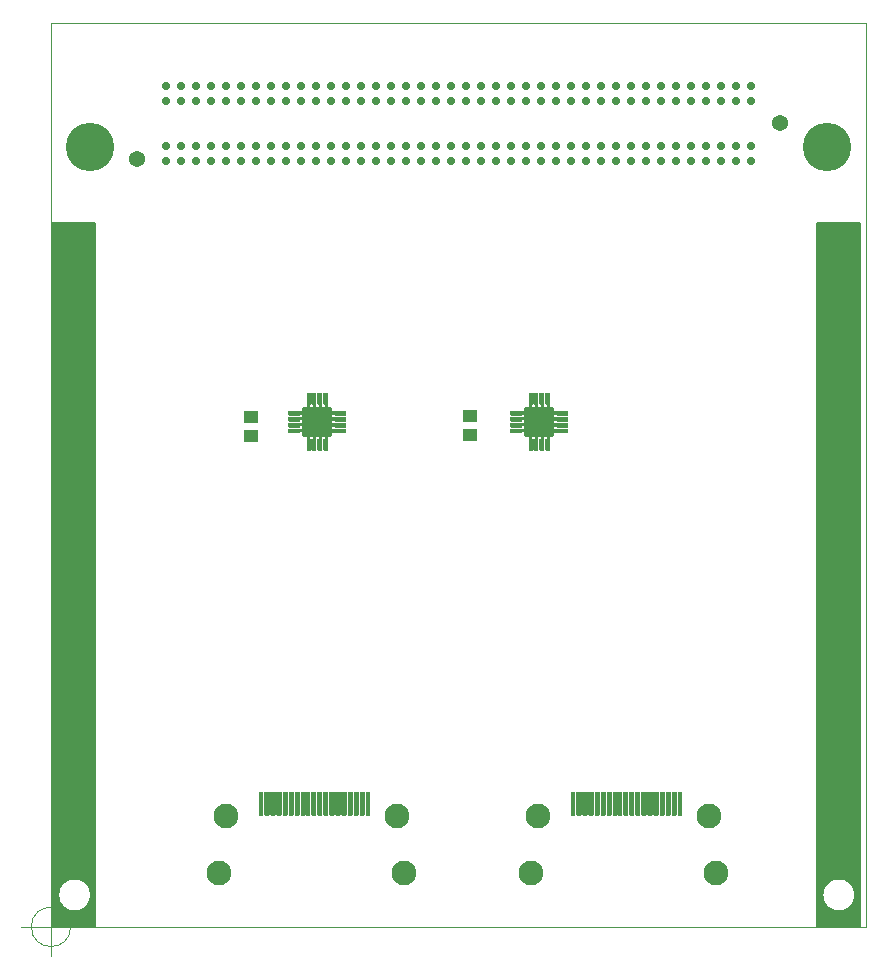
<source format=gbr>
G04 #@! TF.GenerationSoftware,KiCad,Pcbnew,(6.0.4-0)*
G04 #@! TF.CreationDate,2022-11-09T17:11:16+01:00*
G04 #@! TF.ProjectId,adapter_hybrid_assistor_hpc_2HDMI,61646170-7465-4725-9f68-79627269645f,rev?*
G04 #@! TF.SameCoordinates,Original*
G04 #@! TF.FileFunction,Soldermask,Top*
G04 #@! TF.FilePolarity,Negative*
%FSLAX46Y46*%
G04 Gerber Fmt 4.6, Leading zero omitted, Abs format (unit mm)*
G04 Created by KiCad (PCBNEW (6.0.4-0)) date 2022-11-09 17:11:16*
%MOMM*%
%LPD*%
G01*
G04 APERTURE LIST*
G04 Aperture macros list*
%AMRoundRect*
0 Rectangle with rounded corners*
0 $1 Rounding radius*
0 $2 $3 $4 $5 $6 $7 $8 $9 X,Y pos of 4 corners*
0 Add a 4 corners polygon primitive as box body*
4,1,4,$2,$3,$4,$5,$6,$7,$8,$9,$2,$3,0*
0 Add four circle primitives for the rounded corners*
1,1,$1+$1,$2,$3*
1,1,$1+$1,$4,$5*
1,1,$1+$1,$6,$7*
1,1,$1+$1,$8,$9*
0 Add four rect primitives between the rounded corners*
20,1,$1+$1,$2,$3,$4,$5,0*
20,1,$1+$1,$4,$5,$6,$7,0*
20,1,$1+$1,$6,$7,$8,$9,0*
20,1,$1+$1,$8,$9,$2,$3,0*%
G04 Aperture macros list end*
G04 #@! TA.AperFunction,Profile*
%ADD10C,0.100000*%
G04 #@! TD*
G04 #@! TA.AperFunction,Profile*
%ADD11C,0.050000*%
G04 #@! TD*
%ADD12RoundRect,0.051000X0.500000X-0.475000X0.500000X0.475000X-0.500000X0.475000X-0.500000X-0.475000X0*%
%ADD13C,1.372000*%
%ADD14C,0.742000*%
%ADD15C,4.102000*%
%ADD16RoundRect,0.051000X-0.150000X-0.950000X0.150000X-0.950000X0.150000X0.950000X-0.150000X0.950000X0*%
%ADD17C,2.097000*%
%ADD18RoundRect,0.051000X-0.150000X-0.425000X0.150000X-0.425000X0.150000X0.425000X-0.150000X0.425000X0*%
%ADD19RoundRect,0.051000X-0.425000X0.150000X-0.425000X-0.150000X0.425000X-0.150000X0.425000X0.150000X0*%
%ADD20RoundRect,0.051000X-1.200000X1.200000X-1.200000X-1.200000X1.200000X-1.200000X1.200000X1.200000X0*%
G04 APERTURE END LIST*
D10*
X100000000Y-100000000D02*
X100000000Y-176500000D01*
X100000000Y-176500000D02*
X169000000Y-176500000D01*
X169000000Y-100000000D02*
X169000000Y-176500000D01*
X100000000Y-100000000D02*
X169000000Y-100000000D01*
D11*
X168050000Y-173800000D02*
G75*
G03*
X168050000Y-173800000I-1350000J0D01*
G01*
X103350000Y-173800000D02*
G75*
G03*
X103350000Y-173800000I-1350000J0D01*
G01*
X104500000Y-110450000D02*
G75*
G03*
X104500000Y-110450000I-1350000J0D01*
G01*
X167200000Y-110450000D02*
G75*
G03*
X167200000Y-110450000I-1350000J0D01*
G01*
X101666666Y-176500000D02*
G75*
G03*
X101666666Y-176500000I-1666666J0D01*
G01*
X97500000Y-176500000D02*
X102500000Y-176500000D01*
X100000000Y-174000000D02*
X100000000Y-179000000D01*
X101666666Y-176500000D02*
G75*
G03*
X101666666Y-176500000I-1666666J0D01*
G01*
X97500000Y-176500000D02*
X102500000Y-176500000D01*
X100000000Y-174000000D02*
X100000000Y-179000000D01*
X101666666Y-176500000D02*
G75*
G03*
X101666666Y-176500000I-1666666J0D01*
G01*
X97500000Y-176500000D02*
X102500000Y-176500000D01*
X100000000Y-174000000D02*
X100000000Y-179000000D01*
D10*
X100000000Y-100000000D02*
X100000000Y-176500000D01*
X100000000Y-176500000D02*
X169000000Y-176500000D01*
X169000000Y-100000000D02*
X169000000Y-176500000D01*
X100000000Y-100000000D02*
X169000000Y-100000000D01*
D11*
X168050000Y-173800000D02*
G75*
G03*
X168050000Y-173800000I-1350000J0D01*
G01*
X103350000Y-173800000D02*
G75*
G03*
X103350000Y-173800000I-1350000J0D01*
G01*
X104500000Y-110450000D02*
G75*
G03*
X104500000Y-110450000I-1350000J0D01*
G01*
X167200000Y-110450000D02*
G75*
G03*
X167200000Y-110450000I-1350000J0D01*
G01*
X101666666Y-176500000D02*
G75*
G03*
X101666666Y-176500000I-1666666J0D01*
G01*
X97500000Y-176500000D02*
X102500000Y-176500000D01*
X100000000Y-174000000D02*
X100000000Y-179000000D01*
X101666666Y-176500000D02*
G75*
G03*
X101666666Y-176500000I-1666666J0D01*
G01*
X97500000Y-176500000D02*
X102500000Y-176500000D01*
X100000000Y-174000000D02*
X100000000Y-179000000D01*
X101666666Y-176500000D02*
G75*
G03*
X101666666Y-176500000I-1666666J0D01*
G01*
X97500000Y-176500000D02*
X102500000Y-176500000D01*
X100000000Y-174000000D02*
X100000000Y-179000000D01*
D12*
X116967000Y-134950000D03*
X116967000Y-133350000D03*
D13*
X107303000Y-111508000D03*
X161683000Y-108458000D03*
D14*
X159263000Y-105288000D03*
D15*
X165683000Y-110458000D03*
D14*
X157993000Y-105288000D03*
X156723000Y-105288000D03*
X155443000Y-105288000D03*
X154173000Y-105288000D03*
X152903000Y-105288000D03*
X151633000Y-105288000D03*
X150373000Y-105288000D03*
X149103000Y-105288000D03*
X147833000Y-105288000D03*
X146553000Y-105288000D03*
X145283000Y-105288000D03*
X144023000Y-105288000D03*
X142753000Y-105288000D03*
X141483000Y-105288000D03*
X140203000Y-105288000D03*
X138943000Y-105288000D03*
X137663000Y-105288000D03*
X136403000Y-105288000D03*
X135133000Y-105288000D03*
X133853000Y-105288000D03*
X132583000Y-105288000D03*
X131323000Y-105288000D03*
X130043000Y-105288000D03*
X128783000Y-105288000D03*
X127503000Y-105288000D03*
X126233000Y-105288000D03*
X124963000Y-105288000D03*
X123703000Y-105288000D03*
X122433000Y-105288000D03*
X121153000Y-105288000D03*
X119883000Y-105288000D03*
X118613000Y-105288000D03*
X117353000Y-105288000D03*
X116083000Y-105288000D03*
X114813000Y-105288000D03*
X113543000Y-105288000D03*
X112263000Y-105288000D03*
X110993000Y-105288000D03*
X109723000Y-105288000D03*
X159263000Y-106548000D03*
X157993000Y-106548000D03*
X156723000Y-106548000D03*
X155443000Y-106548000D03*
X154173000Y-106548000D03*
X152903000Y-106548000D03*
X151633000Y-106548000D03*
X150373000Y-106548000D03*
X149103000Y-106548000D03*
X147833000Y-106548000D03*
X146553000Y-106548000D03*
X145283000Y-106548000D03*
X144023000Y-106548000D03*
X142753000Y-106548000D03*
X141483000Y-106548000D03*
X140203000Y-106548000D03*
X138943000Y-106548000D03*
X137663000Y-106548000D03*
X136403000Y-106548000D03*
X135133000Y-106548000D03*
X133873000Y-106548000D03*
X132583000Y-106548000D03*
X131323000Y-106548000D03*
X130043000Y-106548000D03*
X128783000Y-106548000D03*
X127503000Y-106548000D03*
X126233000Y-106548000D03*
X124963000Y-106548000D03*
X123703000Y-106548000D03*
X122433000Y-106548000D03*
X121153000Y-106548000D03*
X119883000Y-106548000D03*
X118613000Y-106548000D03*
X117353000Y-106548000D03*
X116083000Y-106548000D03*
X114813000Y-106548000D03*
X113543000Y-106548000D03*
X112263000Y-106548000D03*
X110993000Y-106548000D03*
X109723000Y-106548000D03*
X159263000Y-110368000D03*
X157993000Y-110368000D03*
X156723000Y-110368000D03*
X155443000Y-110368000D03*
X154173000Y-110368000D03*
X152903000Y-110368000D03*
X151633000Y-110368000D03*
X150373000Y-110368000D03*
X149103000Y-110368000D03*
X147833000Y-110368000D03*
X146553000Y-110368000D03*
X145283000Y-110368000D03*
X144023000Y-110368000D03*
X142753000Y-110368000D03*
X141483000Y-110368000D03*
X140203000Y-110368000D03*
X138943000Y-110368000D03*
X137663000Y-110368000D03*
X136403000Y-110368000D03*
X135133000Y-110368000D03*
X133853000Y-110368000D03*
X132583000Y-110368000D03*
X131323000Y-110368000D03*
X130043000Y-110368000D03*
X128783000Y-110368000D03*
X127503000Y-110368000D03*
X126233000Y-110368000D03*
X124963000Y-110368000D03*
X123703000Y-110368000D03*
X122433000Y-110368000D03*
X121153000Y-110368000D03*
X119883000Y-110368000D03*
X118613000Y-110368000D03*
X117353000Y-110368000D03*
X116083000Y-110368000D03*
X114813000Y-110368000D03*
X113543000Y-110368000D03*
X112263000Y-110368000D03*
X110993000Y-110368000D03*
X109723000Y-110368000D03*
D15*
X103303000Y-110458000D03*
D14*
X159263000Y-111628000D03*
X157993000Y-111628000D03*
X156723000Y-111628000D03*
X155443000Y-111628000D03*
X154173000Y-111628000D03*
X152903000Y-111628000D03*
X151633000Y-111628000D03*
X150373000Y-111628000D03*
X149103000Y-111628000D03*
X147833000Y-111628000D03*
X146553000Y-111628000D03*
X145283000Y-111628000D03*
X144023000Y-111628000D03*
X142753000Y-111628000D03*
X141483000Y-111628000D03*
X140203000Y-111628000D03*
X138943000Y-111628000D03*
X137663000Y-111628000D03*
X136403000Y-111628000D03*
X135133000Y-111628000D03*
X133873000Y-111628000D03*
X132583000Y-111628000D03*
X131323000Y-111628000D03*
X130043000Y-111628000D03*
X128783000Y-111628000D03*
X127503000Y-111628000D03*
X126233000Y-111628000D03*
X124963000Y-111628000D03*
X123703000Y-111628000D03*
X122433000Y-111628000D03*
X121153000Y-111628000D03*
X119883000Y-111628000D03*
X118613000Y-111628000D03*
X117353000Y-111628000D03*
X116083000Y-111628000D03*
X114813000Y-111628000D03*
X113543000Y-111628000D03*
X112263000Y-111628000D03*
X110993000Y-111628000D03*
X109723000Y-111628000D03*
D16*
X153216000Y-166076000D03*
X152716000Y-166076000D03*
X152216000Y-166076000D03*
X151716000Y-166076000D03*
X151216000Y-166076000D03*
X150716000Y-166076000D03*
X150216000Y-166076000D03*
X149716000Y-166076000D03*
X149216000Y-166076000D03*
X148716000Y-166076000D03*
X148216000Y-166076000D03*
X147716000Y-166076000D03*
X147216000Y-166076000D03*
X146716000Y-166076000D03*
X146216000Y-166076000D03*
X145716000Y-166076000D03*
X145216000Y-166076000D03*
X144716000Y-166076000D03*
X144216000Y-166076000D03*
D17*
X141216000Y-167076000D03*
X155716000Y-167076000D03*
X140616000Y-171976000D03*
X156316000Y-171976000D03*
D16*
X126800000Y-166076000D03*
X126300000Y-166076000D03*
X125800000Y-166076000D03*
X125300000Y-166076000D03*
X124800000Y-166076000D03*
X124300000Y-166076000D03*
X123800000Y-166076000D03*
X123300000Y-166076000D03*
X122800000Y-166076000D03*
X122300000Y-166076000D03*
X121800000Y-166076000D03*
X121300000Y-166076000D03*
X120800000Y-166076000D03*
X120300000Y-166076000D03*
X119800000Y-166076000D03*
X119300000Y-166076000D03*
X118800000Y-166076000D03*
X118300000Y-166076000D03*
X117800000Y-166076000D03*
D17*
X114800000Y-167076000D03*
X129300000Y-167076000D03*
X114200000Y-171976000D03*
X129900000Y-171976000D03*
D18*
X123305000Y-131781000D03*
X122805000Y-131781000D03*
X122305000Y-131781000D03*
X121805000Y-131781000D03*
D19*
X120605000Y-132981000D03*
X120605000Y-133481000D03*
X120605000Y-133981000D03*
X120605000Y-134481000D03*
D18*
X121805000Y-135681000D03*
X122305000Y-135681000D03*
X122805000Y-135681000D03*
X123305000Y-135681000D03*
D19*
X124505000Y-134481000D03*
X124505000Y-133981000D03*
X124505000Y-133481000D03*
X124505000Y-132981000D03*
D20*
X122555000Y-133731000D03*
D18*
X142101000Y-131781000D03*
X141601000Y-131781000D03*
X141101000Y-131781000D03*
X140601000Y-131781000D03*
D19*
X139401000Y-132981000D03*
X139401000Y-133481000D03*
X139401000Y-133981000D03*
X139401000Y-134481000D03*
D18*
X140601000Y-135681000D03*
X141101000Y-135681000D03*
X141601000Y-135681000D03*
X142101000Y-135681000D03*
D19*
X143301000Y-134481000D03*
X143301000Y-133981000D03*
X143301000Y-133481000D03*
X143301000Y-132981000D03*
D20*
X141351000Y-133731000D03*
D12*
X135509000Y-134823000D03*
X135509000Y-133223000D03*
G36*
X168512100Y-116830002D02*
G01*
X168558593Y-116883658D01*
X168569979Y-116936021D01*
X168560021Y-176374021D01*
X168540008Y-176442139D01*
X168486344Y-176488622D01*
X168434021Y-176500000D01*
X164916000Y-176500000D01*
X164847879Y-176479998D01*
X164801386Y-176426342D01*
X164790000Y-176374000D01*
X164790000Y-173805475D01*
X165350479Y-173805475D01*
X165370031Y-174028945D01*
X165371934Y-174039740D01*
X165429992Y-174256417D01*
X165433738Y-174266709D01*
X165528540Y-174470013D01*
X165534023Y-174479509D01*
X165662681Y-174663252D01*
X165669737Y-174671660D01*
X165828340Y-174830263D01*
X165836748Y-174837319D01*
X166020491Y-174965977D01*
X166029987Y-174971460D01*
X166233291Y-175066262D01*
X166243583Y-175070008D01*
X166460260Y-175128066D01*
X166471055Y-175129969D01*
X166694525Y-175149521D01*
X166705475Y-175149521D01*
X166928945Y-175129969D01*
X166939740Y-175128066D01*
X167156417Y-175070008D01*
X167166709Y-175066262D01*
X167370013Y-174971460D01*
X167379509Y-174965977D01*
X167563252Y-174837319D01*
X167571660Y-174830263D01*
X167730263Y-174671660D01*
X167737319Y-174663252D01*
X167865977Y-174479509D01*
X167871460Y-174470013D01*
X167966262Y-174266709D01*
X167970008Y-174256417D01*
X168028066Y-174039740D01*
X168029969Y-174028945D01*
X168049521Y-173805475D01*
X168049521Y-173794525D01*
X168029969Y-173571055D01*
X168028066Y-173560260D01*
X167970008Y-173343583D01*
X167966262Y-173333291D01*
X167871460Y-173129987D01*
X167865977Y-173120491D01*
X167737319Y-172936748D01*
X167730263Y-172928340D01*
X167571660Y-172769737D01*
X167563252Y-172762681D01*
X167379509Y-172634023D01*
X167370013Y-172628540D01*
X167166709Y-172533738D01*
X167156417Y-172529992D01*
X166939740Y-172471934D01*
X166928945Y-172470031D01*
X166705475Y-172450479D01*
X166694525Y-172450479D01*
X166471055Y-172470031D01*
X166460260Y-172471934D01*
X166243583Y-172529992D01*
X166233291Y-172533738D01*
X166029987Y-172628540D01*
X166020491Y-172634023D01*
X165836748Y-172762681D01*
X165828340Y-172769737D01*
X165669737Y-172928340D01*
X165662681Y-172936748D01*
X165534023Y-173120491D01*
X165528540Y-173129987D01*
X165433738Y-173333291D01*
X165429992Y-173343583D01*
X165371934Y-173560260D01*
X165370031Y-173571055D01*
X165350479Y-173794525D01*
X165350479Y-173805475D01*
X164790000Y-173805475D01*
X164790000Y-116936000D01*
X164810002Y-116867879D01*
X164863658Y-116821386D01*
X164916000Y-116810000D01*
X168443979Y-116810000D01*
X168512100Y-116830002D01*
G37*
G36*
X103762121Y-116820002D02*
G01*
X103808614Y-116873658D01*
X103820000Y-116926000D01*
X103820000Y-176374000D01*
X103799998Y-176442121D01*
X103746342Y-176488614D01*
X103694000Y-176500000D01*
X100126000Y-176500000D01*
X100057879Y-176479998D01*
X100011386Y-176426342D01*
X100000000Y-176374000D01*
X100000000Y-173805475D01*
X100650479Y-173805475D01*
X100670031Y-174028945D01*
X100671934Y-174039740D01*
X100729992Y-174256417D01*
X100733738Y-174266709D01*
X100828540Y-174470013D01*
X100834023Y-174479509D01*
X100962681Y-174663252D01*
X100969737Y-174671660D01*
X101128340Y-174830263D01*
X101136748Y-174837319D01*
X101320491Y-174965977D01*
X101329987Y-174971460D01*
X101533291Y-175066262D01*
X101543583Y-175070008D01*
X101760260Y-175128066D01*
X101771055Y-175129969D01*
X101994525Y-175149521D01*
X102005475Y-175149521D01*
X102228945Y-175129969D01*
X102239740Y-175128066D01*
X102456417Y-175070008D01*
X102466709Y-175066262D01*
X102670013Y-174971460D01*
X102679509Y-174965977D01*
X102863252Y-174837319D01*
X102871660Y-174830263D01*
X103030263Y-174671660D01*
X103037319Y-174663252D01*
X103165977Y-174479509D01*
X103171460Y-174470013D01*
X103266262Y-174266709D01*
X103270008Y-174256417D01*
X103328066Y-174039740D01*
X103329969Y-174028945D01*
X103349521Y-173805475D01*
X103349521Y-173794525D01*
X103329969Y-173571055D01*
X103328066Y-173560260D01*
X103270008Y-173343583D01*
X103266262Y-173333291D01*
X103171460Y-173129987D01*
X103165977Y-173120491D01*
X103037319Y-172936748D01*
X103030263Y-172928340D01*
X102871660Y-172769737D01*
X102863252Y-172762681D01*
X102679509Y-172634023D01*
X102670013Y-172628540D01*
X102466709Y-172533738D01*
X102456417Y-172529992D01*
X102239740Y-172471934D01*
X102228945Y-172470031D01*
X102005475Y-172450479D01*
X101994525Y-172450479D01*
X101771055Y-172470031D01*
X101760260Y-172471934D01*
X101543583Y-172529992D01*
X101533291Y-172533738D01*
X101329987Y-172628540D01*
X101320491Y-172634023D01*
X101136748Y-172762681D01*
X101128340Y-172769737D01*
X100969737Y-172928340D01*
X100962681Y-172936748D01*
X100834023Y-173120491D01*
X100828540Y-173129987D01*
X100733738Y-173333291D01*
X100729992Y-173343583D01*
X100671934Y-173560260D01*
X100670031Y-173571055D01*
X100650479Y-173794525D01*
X100650479Y-173805475D01*
X100000000Y-173805475D01*
X100000000Y-116926000D01*
X100020002Y-116857879D01*
X100073658Y-116811386D01*
X100126000Y-116800000D01*
X103694000Y-116800000D01*
X103762121Y-116820002D01*
G37*
G36*
X168552590Y-116803081D02*
G01*
X168569620Y-116808081D01*
X168570185Y-116808673D01*
X168571000Y-116808673D01*
X168571512Y-116809096D01*
X168574398Y-116812428D01*
X168574840Y-116813312D01*
X168576952Y-116823022D01*
X168576998Y-116823447D01*
X168567003Y-176482027D01*
X168566922Y-176482591D01*
X168561919Y-176499619D01*
X168561327Y-176500183D01*
X168561327Y-176501000D01*
X168560904Y-176501512D01*
X168557563Y-176504406D01*
X168556679Y-176504848D01*
X168546993Y-176506954D01*
X168546568Y-176507000D01*
X164807973Y-176507000D01*
X164807410Y-176506919D01*
X164790380Y-176501919D01*
X164789815Y-176501327D01*
X164789000Y-176501327D01*
X164788488Y-176500905D01*
X164785971Y-176498000D01*
X164792000Y-176498000D01*
X168558000Y-176498000D01*
X168568000Y-116812000D01*
X164792000Y-116812000D01*
X164792000Y-176498000D01*
X164785971Y-176498000D01*
X164785597Y-176497568D01*
X164785155Y-176496683D01*
X164783046Y-176486987D01*
X164783000Y-176486562D01*
X164783000Y-116827973D01*
X164783081Y-116827410D01*
X164788081Y-116810380D01*
X164788673Y-116809815D01*
X164788673Y-116809000D01*
X164789095Y-116808488D01*
X164792432Y-116805597D01*
X164793317Y-116805155D01*
X164803013Y-116803046D01*
X164803438Y-116803000D01*
X168552027Y-116803000D01*
X168552590Y-116803081D01*
G37*
G36*
X166934599Y-172468518D02*
G01*
X166934943Y-172468578D01*
X167162245Y-172529483D01*
X167162572Y-172529602D01*
X167375845Y-172629053D01*
X167376147Y-172629228D01*
X167568910Y-172764202D01*
X167569177Y-172764426D01*
X167735574Y-172930823D01*
X167735798Y-172931090D01*
X167870772Y-173123853D01*
X167870947Y-173124155D01*
X167970398Y-173337428D01*
X167970517Y-173337755D01*
X168031422Y-173565057D01*
X168031482Y-173565401D01*
X168051992Y-173799826D01*
X168051992Y-173800174D01*
X168031482Y-174034599D01*
X168031422Y-174034943D01*
X167970517Y-174262245D01*
X167970398Y-174262572D01*
X167870947Y-174475845D01*
X167870772Y-174476147D01*
X167735798Y-174668910D01*
X167735574Y-174669177D01*
X167569177Y-174835574D01*
X167568910Y-174835798D01*
X167376147Y-174970772D01*
X167375845Y-174970947D01*
X167162572Y-175070398D01*
X167162245Y-175070517D01*
X166934943Y-175131422D01*
X166934599Y-175131482D01*
X166700174Y-175151992D01*
X166699826Y-175151992D01*
X166465401Y-175131482D01*
X166465057Y-175131422D01*
X166237755Y-175070517D01*
X166237428Y-175070398D01*
X166024155Y-174970947D01*
X166023853Y-174970772D01*
X165831090Y-174835798D01*
X165830823Y-174835574D01*
X165664426Y-174669177D01*
X165664202Y-174668910D01*
X165529228Y-174476147D01*
X165529053Y-174475845D01*
X165429602Y-174262572D01*
X165429483Y-174262245D01*
X165368578Y-174034943D01*
X165368518Y-174034599D01*
X165348939Y-173810812D01*
X165357972Y-173810812D01*
X165376484Y-174022390D01*
X165380238Y-174043685D01*
X165435211Y-174248850D01*
X165442599Y-174269147D01*
X165532368Y-174461659D01*
X165543176Y-174480376D01*
X165664997Y-174654355D01*
X165678898Y-174670923D01*
X165829077Y-174821102D01*
X165845645Y-174835003D01*
X166019624Y-174956824D01*
X166038341Y-174967632D01*
X166230853Y-175057401D01*
X166251150Y-175064789D01*
X166456315Y-175119762D01*
X166477610Y-175123516D01*
X166689188Y-175142028D01*
X166710812Y-175142028D01*
X166922390Y-175123516D01*
X166943685Y-175119762D01*
X167148850Y-175064789D01*
X167169147Y-175057401D01*
X167361659Y-174967632D01*
X167380376Y-174956824D01*
X167554355Y-174835003D01*
X167570923Y-174821102D01*
X167721102Y-174670923D01*
X167735003Y-174654355D01*
X167856824Y-174480376D01*
X167867632Y-174461659D01*
X167957401Y-174269147D01*
X167964789Y-174248850D01*
X168019762Y-174043685D01*
X168023516Y-174022390D01*
X168042028Y-173810812D01*
X168042028Y-173789188D01*
X168023516Y-173577610D01*
X168019762Y-173556315D01*
X167964789Y-173351150D01*
X167957401Y-173330853D01*
X167867632Y-173138341D01*
X167856824Y-173119624D01*
X167735003Y-172945645D01*
X167721102Y-172929077D01*
X167570923Y-172778898D01*
X167554355Y-172764997D01*
X167380376Y-172643176D01*
X167361659Y-172632368D01*
X167169147Y-172542599D01*
X167148850Y-172535211D01*
X166943685Y-172480238D01*
X166922390Y-172476484D01*
X166710812Y-172457972D01*
X166689188Y-172457972D01*
X166477610Y-172476484D01*
X166456315Y-172480238D01*
X166251150Y-172535211D01*
X166230853Y-172542599D01*
X166038341Y-172632368D01*
X166019624Y-172643176D01*
X165845645Y-172764997D01*
X165829077Y-172778898D01*
X165678898Y-172929077D01*
X165664997Y-172945645D01*
X165543176Y-173119624D01*
X165532368Y-173138341D01*
X165442599Y-173330853D01*
X165435211Y-173351150D01*
X165380238Y-173556315D01*
X165376484Y-173577610D01*
X165357972Y-173789188D01*
X165357972Y-173810812D01*
X165348939Y-173810812D01*
X165348008Y-173800174D01*
X165348008Y-173799826D01*
X165368518Y-173565401D01*
X165368578Y-173565057D01*
X165429483Y-173337755D01*
X165429602Y-173337428D01*
X165529053Y-173124155D01*
X165529228Y-173123853D01*
X165664202Y-172931090D01*
X165664426Y-172930823D01*
X165830823Y-172764426D01*
X165831090Y-172764202D01*
X166023853Y-172629228D01*
X166024155Y-172629053D01*
X166237428Y-172529602D01*
X166237755Y-172529483D01*
X166465057Y-172468578D01*
X166465401Y-172468518D01*
X166699826Y-172448008D01*
X166700174Y-172448008D01*
X166934599Y-172468518D01*
G37*
G36*
X103802590Y-116793081D02*
G01*
X103819620Y-116798081D01*
X103820185Y-116798673D01*
X103821000Y-116798673D01*
X103821512Y-116799095D01*
X103824403Y-116802432D01*
X103824845Y-116803317D01*
X103826954Y-116813013D01*
X103827000Y-116813438D01*
X103827000Y-176482027D01*
X103826919Y-176482590D01*
X103821919Y-176499620D01*
X103821327Y-176500185D01*
X103821327Y-176501000D01*
X103820905Y-176501512D01*
X103817568Y-176504403D01*
X103816683Y-176504845D01*
X103806987Y-176506954D01*
X103806562Y-176507000D01*
X100017973Y-176507000D01*
X100017410Y-176506919D01*
X100000380Y-176501919D01*
X99999815Y-176501327D01*
X99999000Y-176501327D01*
X99998488Y-176500905D01*
X99995971Y-176498000D01*
X100002000Y-176498000D01*
X103818000Y-176498000D01*
X103818000Y-116802000D01*
X100002000Y-116802000D01*
X100002000Y-176498000D01*
X99995971Y-176498000D01*
X99995597Y-176497568D01*
X99995155Y-176496683D01*
X99993046Y-176486987D01*
X99993000Y-176486562D01*
X99993000Y-116817973D01*
X99993081Y-116817410D01*
X99998081Y-116800380D01*
X99998673Y-116799815D01*
X99998673Y-116799000D01*
X99999095Y-116798488D01*
X100002432Y-116795597D01*
X100003317Y-116795155D01*
X100013013Y-116793046D01*
X100013438Y-116793000D01*
X103802027Y-116793000D01*
X103802590Y-116793081D01*
G37*
G36*
X102234599Y-172468518D02*
G01*
X102234943Y-172468578D01*
X102462245Y-172529483D01*
X102462572Y-172529602D01*
X102675845Y-172629053D01*
X102676147Y-172629228D01*
X102868910Y-172764202D01*
X102869177Y-172764426D01*
X103035574Y-172930823D01*
X103035798Y-172931090D01*
X103170772Y-173123853D01*
X103170947Y-173124155D01*
X103270398Y-173337428D01*
X103270517Y-173337755D01*
X103331422Y-173565057D01*
X103331482Y-173565401D01*
X103351992Y-173799826D01*
X103351992Y-173800174D01*
X103331482Y-174034599D01*
X103331422Y-174034943D01*
X103270517Y-174262245D01*
X103270398Y-174262572D01*
X103170947Y-174475845D01*
X103170772Y-174476147D01*
X103035798Y-174668910D01*
X103035574Y-174669177D01*
X102869177Y-174835574D01*
X102868910Y-174835798D01*
X102676147Y-174970772D01*
X102675845Y-174970947D01*
X102462572Y-175070398D01*
X102462245Y-175070517D01*
X102234943Y-175131422D01*
X102234599Y-175131482D01*
X102000174Y-175151992D01*
X101999826Y-175151992D01*
X101765401Y-175131482D01*
X101765057Y-175131422D01*
X101537755Y-175070517D01*
X101537428Y-175070398D01*
X101324155Y-174970947D01*
X101323853Y-174970772D01*
X101131090Y-174835798D01*
X101130823Y-174835574D01*
X100964426Y-174669177D01*
X100964202Y-174668910D01*
X100829228Y-174476147D01*
X100829053Y-174475845D01*
X100729602Y-174262572D01*
X100729483Y-174262245D01*
X100668578Y-174034943D01*
X100668518Y-174034599D01*
X100648939Y-173810812D01*
X100657972Y-173810812D01*
X100676484Y-174022390D01*
X100680238Y-174043685D01*
X100735211Y-174248850D01*
X100742599Y-174269147D01*
X100832368Y-174461659D01*
X100843176Y-174480376D01*
X100964997Y-174654355D01*
X100978898Y-174670923D01*
X101129077Y-174821102D01*
X101145645Y-174835003D01*
X101319624Y-174956824D01*
X101338341Y-174967632D01*
X101530853Y-175057401D01*
X101551150Y-175064789D01*
X101756315Y-175119762D01*
X101777610Y-175123516D01*
X101989188Y-175142028D01*
X102010812Y-175142028D01*
X102222390Y-175123516D01*
X102243685Y-175119762D01*
X102448850Y-175064789D01*
X102469147Y-175057401D01*
X102661659Y-174967632D01*
X102680376Y-174956824D01*
X102854355Y-174835003D01*
X102870923Y-174821102D01*
X103021102Y-174670923D01*
X103035003Y-174654355D01*
X103156824Y-174480376D01*
X103167632Y-174461659D01*
X103257401Y-174269147D01*
X103264789Y-174248850D01*
X103319762Y-174043685D01*
X103323516Y-174022390D01*
X103342028Y-173810812D01*
X103342028Y-173789188D01*
X103323516Y-173577610D01*
X103319762Y-173556315D01*
X103264789Y-173351150D01*
X103257401Y-173330853D01*
X103167632Y-173138341D01*
X103156824Y-173119624D01*
X103035003Y-172945645D01*
X103021102Y-172929077D01*
X102870923Y-172778898D01*
X102854355Y-172764997D01*
X102680376Y-172643176D01*
X102661659Y-172632368D01*
X102469147Y-172542599D01*
X102448850Y-172535211D01*
X102243685Y-172480238D01*
X102222390Y-172476484D01*
X102010812Y-172457972D01*
X101989188Y-172457972D01*
X101777610Y-172476484D01*
X101756315Y-172480238D01*
X101551150Y-172535211D01*
X101530853Y-172542599D01*
X101338341Y-172632368D01*
X101319624Y-172643176D01*
X101145645Y-172764997D01*
X101129077Y-172778898D01*
X100978898Y-172929077D01*
X100964997Y-172945645D01*
X100843176Y-173119624D01*
X100832368Y-173138341D01*
X100742599Y-173330853D01*
X100735211Y-173351150D01*
X100680238Y-173556315D01*
X100676484Y-173577610D01*
X100657972Y-173789188D01*
X100657972Y-173810812D01*
X100648939Y-173810812D01*
X100648008Y-173800174D01*
X100648008Y-173799826D01*
X100668518Y-173565401D01*
X100668578Y-173565057D01*
X100729483Y-173337755D01*
X100729602Y-173337428D01*
X100829053Y-173124155D01*
X100829228Y-173123853D01*
X100964202Y-172931090D01*
X100964426Y-172930823D01*
X101130823Y-172764426D01*
X101131090Y-172764202D01*
X101323853Y-172629228D01*
X101324155Y-172629053D01*
X101537428Y-172529602D01*
X101537755Y-172529483D01*
X101765057Y-172468578D01*
X101765401Y-172468518D01*
X101999826Y-172448008D01*
X102000174Y-172448008D01*
X102234599Y-172468518D01*
G37*
G36*
X150530633Y-165089517D02*
G01*
X150531197Y-165091436D01*
X150530916Y-165092075D01*
X150520767Y-165107263D01*
X150517000Y-165126199D01*
X150517000Y-167025801D01*
X150520767Y-167044738D01*
X150530814Y-167059773D01*
X150530945Y-167061768D01*
X150529282Y-167062880D01*
X150528553Y-167062793D01*
X150468212Y-167043898D01*
X150403310Y-167062955D01*
X150401367Y-167062483D01*
X150400803Y-167060564D01*
X150401084Y-167059925D01*
X150411233Y-167044737D01*
X150415000Y-167025801D01*
X150415000Y-165126199D01*
X150411233Y-165107262D01*
X150401186Y-165092227D01*
X150401055Y-165090232D01*
X150402718Y-165089120D01*
X150403447Y-165089207D01*
X150463788Y-165108102D01*
X150528690Y-165089045D01*
X150530633Y-165089517D01*
G37*
G36*
X151530633Y-165089517D02*
G01*
X151531197Y-165091436D01*
X151530916Y-165092075D01*
X151520767Y-165107263D01*
X151517000Y-165126199D01*
X151517000Y-167025801D01*
X151520767Y-167044738D01*
X151530814Y-167059773D01*
X151530945Y-167061768D01*
X151529282Y-167062880D01*
X151528553Y-167062793D01*
X151468212Y-167043898D01*
X151403310Y-167062955D01*
X151401367Y-167062483D01*
X151400803Y-167060564D01*
X151401084Y-167059925D01*
X151411233Y-167044737D01*
X151415000Y-167025801D01*
X151415000Y-165126199D01*
X151411233Y-165107262D01*
X151401186Y-165092227D01*
X151401055Y-165090232D01*
X151402718Y-165089120D01*
X151403447Y-165089207D01*
X151463788Y-165108102D01*
X151528690Y-165089045D01*
X151530633Y-165089517D01*
G37*
G36*
X118614633Y-165089517D02*
G01*
X118615197Y-165091436D01*
X118614916Y-165092075D01*
X118604767Y-165107263D01*
X118601000Y-165126199D01*
X118601000Y-167025801D01*
X118604767Y-167044738D01*
X118614814Y-167059773D01*
X118614945Y-167061768D01*
X118613282Y-167062880D01*
X118612553Y-167062793D01*
X118552212Y-167043898D01*
X118487310Y-167062955D01*
X118485367Y-167062483D01*
X118484803Y-167060564D01*
X118485084Y-167059925D01*
X118495233Y-167044737D01*
X118499000Y-167025801D01*
X118499000Y-165126199D01*
X118495233Y-165107262D01*
X118485186Y-165092227D01*
X118485055Y-165090232D01*
X118486718Y-165089120D01*
X118487447Y-165089207D01*
X118547788Y-165108102D01*
X118612690Y-165089045D01*
X118614633Y-165089517D01*
G37*
G36*
X153030633Y-165089517D02*
G01*
X153031197Y-165091436D01*
X153030916Y-165092075D01*
X153020767Y-165107263D01*
X153017000Y-165126199D01*
X153017000Y-167025801D01*
X153020767Y-167044738D01*
X153030814Y-167059773D01*
X153030945Y-167061768D01*
X153029282Y-167062880D01*
X153028553Y-167062793D01*
X152968212Y-167043898D01*
X152903310Y-167062955D01*
X152901367Y-167062483D01*
X152900803Y-167060564D01*
X152901084Y-167059925D01*
X152911233Y-167044737D01*
X152915000Y-167025801D01*
X152915000Y-165126199D01*
X152911233Y-165107262D01*
X152901186Y-165092227D01*
X152901055Y-165090232D01*
X152902718Y-165089120D01*
X152903447Y-165089207D01*
X152963788Y-165108102D01*
X153028690Y-165089045D01*
X153030633Y-165089517D01*
G37*
G36*
X150030633Y-165089517D02*
G01*
X150031197Y-165091436D01*
X150030916Y-165092075D01*
X150020767Y-165107263D01*
X150017000Y-165126199D01*
X150017000Y-167025801D01*
X150020767Y-167044738D01*
X150030814Y-167059773D01*
X150030945Y-167061768D01*
X150029282Y-167062880D01*
X150028553Y-167062793D01*
X149968212Y-167043898D01*
X149903310Y-167062955D01*
X149901367Y-167062483D01*
X149900803Y-167060564D01*
X149901084Y-167059925D01*
X149911233Y-167044737D01*
X149915000Y-167025801D01*
X149915000Y-165126199D01*
X149911233Y-165107262D01*
X149901186Y-165092227D01*
X149901055Y-165090232D01*
X149902718Y-165089120D01*
X149903447Y-165089207D01*
X149963788Y-165108102D01*
X150028690Y-165089045D01*
X150030633Y-165089517D01*
G37*
G36*
X147030633Y-165089517D02*
G01*
X147031197Y-165091436D01*
X147030916Y-165092075D01*
X147020767Y-165107263D01*
X147017000Y-165126199D01*
X147017000Y-167025801D01*
X147020767Y-167044738D01*
X147030814Y-167059773D01*
X147030945Y-167061768D01*
X147029282Y-167062880D01*
X147028553Y-167062793D01*
X146968212Y-167043898D01*
X146903310Y-167062955D01*
X146901367Y-167062483D01*
X146900803Y-167060564D01*
X146901084Y-167059925D01*
X146911233Y-167044737D01*
X146915000Y-167025801D01*
X146915000Y-165126199D01*
X146911233Y-165107262D01*
X146901186Y-165092227D01*
X146901055Y-165090232D01*
X146902718Y-165089120D01*
X146903447Y-165089207D01*
X146963788Y-165108102D01*
X147028690Y-165089045D01*
X147030633Y-165089517D01*
G37*
G36*
X152530633Y-165089517D02*
G01*
X152531197Y-165091436D01*
X152530916Y-165092075D01*
X152520767Y-165107263D01*
X152517000Y-165126199D01*
X152517000Y-167025801D01*
X152520767Y-167044738D01*
X152530814Y-167059773D01*
X152530945Y-167061768D01*
X152529282Y-167062880D01*
X152528553Y-167062793D01*
X152468212Y-167043898D01*
X152403310Y-167062955D01*
X152401367Y-167062483D01*
X152400803Y-167060564D01*
X152401084Y-167059925D01*
X152411233Y-167044737D01*
X152415000Y-167025801D01*
X152415000Y-165126199D01*
X152411233Y-165107262D01*
X152401186Y-165092227D01*
X152401055Y-165090232D01*
X152402718Y-165089120D01*
X152403447Y-165089207D01*
X152463788Y-165108102D01*
X152528690Y-165089045D01*
X152530633Y-165089517D01*
G37*
G36*
X122114633Y-165089517D02*
G01*
X122115197Y-165091436D01*
X122114916Y-165092075D01*
X122104767Y-165107263D01*
X122101000Y-165126199D01*
X122101000Y-167025801D01*
X122104767Y-167044738D01*
X122114814Y-167059773D01*
X122114945Y-167061768D01*
X122113282Y-167062880D01*
X122112553Y-167062793D01*
X122052212Y-167043898D01*
X121987310Y-167062955D01*
X121985367Y-167062483D01*
X121984803Y-167060564D01*
X121985084Y-167059925D01*
X121995233Y-167044737D01*
X121999000Y-167025801D01*
X121999000Y-165126199D01*
X121995233Y-165107262D01*
X121985186Y-165092227D01*
X121985055Y-165090232D01*
X121986718Y-165089120D01*
X121987447Y-165089207D01*
X122047788Y-165108102D01*
X122112690Y-165089045D01*
X122114633Y-165089517D01*
G37*
G36*
X145030633Y-165089517D02*
G01*
X145031197Y-165091436D01*
X145030916Y-165092075D01*
X145020767Y-165107263D01*
X145017000Y-165126199D01*
X145017000Y-167025801D01*
X145020767Y-167044738D01*
X145030814Y-167059773D01*
X145030945Y-167061768D01*
X145029282Y-167062880D01*
X145028553Y-167062793D01*
X144968212Y-167043898D01*
X144903310Y-167062955D01*
X144901367Y-167062483D01*
X144900803Y-167060564D01*
X144901084Y-167059925D01*
X144911233Y-167044737D01*
X144915000Y-167025801D01*
X144915000Y-165126199D01*
X144911233Y-165107262D01*
X144901186Y-165092227D01*
X144901055Y-165090232D01*
X144902718Y-165089120D01*
X144903447Y-165089207D01*
X144963788Y-165108102D01*
X145028690Y-165089045D01*
X145030633Y-165089517D01*
G37*
G36*
X151030633Y-165089517D02*
G01*
X151031197Y-165091436D01*
X151030916Y-165092075D01*
X151020767Y-165107263D01*
X151017000Y-165126199D01*
X151017000Y-167025801D01*
X151020767Y-167044738D01*
X151030814Y-167059773D01*
X151030945Y-167061768D01*
X151029282Y-167062880D01*
X151028553Y-167062793D01*
X150968212Y-167043898D01*
X150903310Y-167062955D01*
X150901367Y-167062483D01*
X150900803Y-167060564D01*
X150901084Y-167059925D01*
X150911233Y-167044737D01*
X150915000Y-167025801D01*
X150915000Y-165126199D01*
X150911233Y-165107262D01*
X150901186Y-165092227D01*
X150901055Y-165090232D01*
X150902718Y-165089120D01*
X150903447Y-165089207D01*
X150963788Y-165108102D01*
X151028690Y-165089045D01*
X151030633Y-165089517D01*
G37*
G36*
X120614633Y-165089517D02*
G01*
X120615197Y-165091436D01*
X120614916Y-165092075D01*
X120604767Y-165107263D01*
X120601000Y-165126199D01*
X120601000Y-167025801D01*
X120604767Y-167044738D01*
X120614814Y-167059773D01*
X120614945Y-167061768D01*
X120613282Y-167062880D01*
X120612553Y-167062793D01*
X120552212Y-167043898D01*
X120487310Y-167062955D01*
X120485367Y-167062483D01*
X120484803Y-167060564D01*
X120485084Y-167059925D01*
X120495233Y-167044737D01*
X120499000Y-167025801D01*
X120499000Y-165126199D01*
X120495233Y-165107262D01*
X120485186Y-165092227D01*
X120485055Y-165090232D01*
X120486718Y-165089120D01*
X120487447Y-165089207D01*
X120547788Y-165108102D01*
X120612690Y-165089045D01*
X120614633Y-165089517D01*
G37*
G36*
X149030633Y-165089517D02*
G01*
X149031197Y-165091436D01*
X149030916Y-165092075D01*
X149020767Y-165107263D01*
X149017000Y-165126199D01*
X149017000Y-167025801D01*
X149020767Y-167044738D01*
X149030814Y-167059773D01*
X149030945Y-167061768D01*
X149029282Y-167062880D01*
X149028553Y-167062793D01*
X148968212Y-167043898D01*
X148903310Y-167062955D01*
X148901367Y-167062483D01*
X148900803Y-167060564D01*
X148901084Y-167059925D01*
X148911233Y-167044737D01*
X148915000Y-167025801D01*
X148915000Y-165126199D01*
X148911233Y-165107262D01*
X148901186Y-165092227D01*
X148901055Y-165090232D01*
X148902718Y-165089120D01*
X148903447Y-165089207D01*
X148963788Y-165108102D01*
X149028690Y-165089045D01*
X149030633Y-165089517D01*
G37*
G36*
X126614633Y-165089517D02*
G01*
X126615197Y-165091436D01*
X126614916Y-165092075D01*
X126604767Y-165107263D01*
X126601000Y-165126199D01*
X126601000Y-167025801D01*
X126604767Y-167044738D01*
X126614814Y-167059773D01*
X126614945Y-167061768D01*
X126613282Y-167062880D01*
X126612553Y-167062793D01*
X126552212Y-167043898D01*
X126487310Y-167062955D01*
X126485367Y-167062483D01*
X126484803Y-167060564D01*
X126485084Y-167059925D01*
X126495233Y-167044737D01*
X126499000Y-167025801D01*
X126499000Y-165126199D01*
X126495233Y-165107262D01*
X126485186Y-165092227D01*
X126485055Y-165090232D01*
X126486718Y-165089120D01*
X126487447Y-165089207D01*
X126547788Y-165108102D01*
X126612690Y-165089045D01*
X126614633Y-165089517D01*
G37*
G36*
X126114633Y-165089517D02*
G01*
X126115197Y-165091436D01*
X126114916Y-165092075D01*
X126104767Y-165107263D01*
X126101000Y-165126199D01*
X126101000Y-167025801D01*
X126104767Y-167044738D01*
X126114814Y-167059773D01*
X126114945Y-167061768D01*
X126113282Y-167062880D01*
X126112553Y-167062793D01*
X126052212Y-167043898D01*
X125987310Y-167062955D01*
X125985367Y-167062483D01*
X125984803Y-167060564D01*
X125985084Y-167059925D01*
X125995233Y-167044737D01*
X125999000Y-167025801D01*
X125999000Y-165126199D01*
X125995233Y-165107262D01*
X125985186Y-165092227D01*
X125985055Y-165090232D01*
X125986718Y-165089120D01*
X125987447Y-165089207D01*
X126047788Y-165108102D01*
X126112690Y-165089045D01*
X126114633Y-165089517D01*
G37*
G36*
X122614633Y-165089517D02*
G01*
X122615197Y-165091436D01*
X122614916Y-165092075D01*
X122604767Y-165107263D01*
X122601000Y-165126199D01*
X122601000Y-167025801D01*
X122604767Y-167044738D01*
X122614814Y-167059773D01*
X122614945Y-167061768D01*
X122613282Y-167062880D01*
X122612553Y-167062793D01*
X122552212Y-167043898D01*
X122487310Y-167062955D01*
X122485367Y-167062483D01*
X122484803Y-167060564D01*
X122485084Y-167059925D01*
X122495233Y-167044737D01*
X122499000Y-167025801D01*
X122499000Y-165126199D01*
X122495233Y-165107262D01*
X122485186Y-165092227D01*
X122485055Y-165090232D01*
X122486718Y-165089120D01*
X122487447Y-165089207D01*
X122547788Y-165108102D01*
X122612690Y-165089045D01*
X122614633Y-165089517D01*
G37*
G36*
X120114633Y-165089517D02*
G01*
X120115197Y-165091436D01*
X120114916Y-165092075D01*
X120104767Y-165107263D01*
X120101000Y-165126199D01*
X120101000Y-167025801D01*
X120104767Y-167044738D01*
X120114814Y-167059773D01*
X120114945Y-167061768D01*
X120113282Y-167062880D01*
X120112553Y-167062793D01*
X120052212Y-167043898D01*
X119987310Y-167062955D01*
X119985367Y-167062483D01*
X119984803Y-167060564D01*
X119985084Y-167059925D01*
X119995233Y-167044737D01*
X119999000Y-167025801D01*
X119999000Y-165126199D01*
X119995233Y-165107262D01*
X119985186Y-165092227D01*
X119985055Y-165090232D01*
X119986718Y-165089120D01*
X119987447Y-165089207D01*
X120047788Y-165108102D01*
X120112690Y-165089045D01*
X120114633Y-165089517D01*
G37*
G36*
X149530633Y-165089517D02*
G01*
X149531197Y-165091436D01*
X149530916Y-165092075D01*
X149520767Y-165107263D01*
X149517000Y-165126199D01*
X149517000Y-167025801D01*
X149520767Y-167044738D01*
X149530814Y-167059773D01*
X149530945Y-167061768D01*
X149529282Y-167062880D01*
X149528553Y-167062793D01*
X149468212Y-167043898D01*
X149403310Y-167062955D01*
X149401367Y-167062483D01*
X149400803Y-167060564D01*
X149401084Y-167059925D01*
X149411233Y-167044737D01*
X149415000Y-167025801D01*
X149415000Y-165126199D01*
X149411233Y-165107262D01*
X149401186Y-165092227D01*
X149401055Y-165090232D01*
X149402718Y-165089120D01*
X149403447Y-165089207D01*
X149463788Y-165108102D01*
X149528690Y-165089045D01*
X149530633Y-165089517D01*
G37*
G36*
X145530633Y-165089517D02*
G01*
X145531197Y-165091436D01*
X145530916Y-165092075D01*
X145520767Y-165107263D01*
X145517000Y-165126199D01*
X145517000Y-167025801D01*
X145520767Y-167044738D01*
X145530814Y-167059773D01*
X145530945Y-167061768D01*
X145529282Y-167062880D01*
X145528553Y-167062793D01*
X145468212Y-167043898D01*
X145403310Y-167062955D01*
X145401367Y-167062483D01*
X145400803Y-167060564D01*
X145401084Y-167059925D01*
X145411233Y-167044737D01*
X145415000Y-167025801D01*
X145415000Y-165126199D01*
X145411233Y-165107262D01*
X145401186Y-165092227D01*
X145401055Y-165090232D01*
X145402718Y-165089120D01*
X145403447Y-165089207D01*
X145463788Y-165108102D01*
X145528690Y-165089045D01*
X145530633Y-165089517D01*
G37*
G36*
X148530633Y-165089517D02*
G01*
X148531197Y-165091436D01*
X148530916Y-165092075D01*
X148520767Y-165107263D01*
X148517000Y-165126199D01*
X148517000Y-167025801D01*
X148520767Y-167044738D01*
X148530814Y-167059773D01*
X148530945Y-167061768D01*
X148529282Y-167062880D01*
X148528553Y-167062793D01*
X148468212Y-167043898D01*
X148403310Y-167062955D01*
X148401367Y-167062483D01*
X148400803Y-167060564D01*
X148401084Y-167059925D01*
X148411233Y-167044737D01*
X148415000Y-167025801D01*
X148415000Y-165126199D01*
X148411233Y-165107262D01*
X148401186Y-165092227D01*
X148401055Y-165090232D01*
X148402718Y-165089120D01*
X148403447Y-165089207D01*
X148463788Y-165108102D01*
X148528690Y-165089045D01*
X148530633Y-165089517D01*
G37*
G36*
X124614633Y-165089517D02*
G01*
X124615197Y-165091436D01*
X124614916Y-165092075D01*
X124604767Y-165107263D01*
X124601000Y-165126199D01*
X124601000Y-167025801D01*
X124604767Y-167044738D01*
X124614814Y-167059773D01*
X124614945Y-167061768D01*
X124613282Y-167062880D01*
X124612553Y-167062793D01*
X124552212Y-167043898D01*
X124487310Y-167062955D01*
X124485367Y-167062483D01*
X124484803Y-167060564D01*
X124485084Y-167059925D01*
X124495233Y-167044737D01*
X124499000Y-167025801D01*
X124499000Y-165126199D01*
X124495233Y-165107262D01*
X124485186Y-165092227D01*
X124485055Y-165090232D01*
X124486718Y-165089120D01*
X124487447Y-165089207D01*
X124547788Y-165108102D01*
X124612690Y-165089045D01*
X124614633Y-165089517D01*
G37*
G36*
X125614633Y-165089517D02*
G01*
X125615197Y-165091436D01*
X125614916Y-165092075D01*
X125604767Y-165107263D01*
X125601000Y-165126199D01*
X125601000Y-167025801D01*
X125604767Y-167044738D01*
X125614814Y-167059773D01*
X125614945Y-167061768D01*
X125613282Y-167062880D01*
X125612553Y-167062793D01*
X125552212Y-167043898D01*
X125487310Y-167062955D01*
X125485367Y-167062483D01*
X125484803Y-167060564D01*
X125485084Y-167059925D01*
X125495233Y-167044737D01*
X125499000Y-167025801D01*
X125499000Y-165126199D01*
X125495233Y-165107262D01*
X125485186Y-165092227D01*
X125485055Y-165090232D01*
X125486718Y-165089120D01*
X125487447Y-165089207D01*
X125547788Y-165108102D01*
X125612690Y-165089045D01*
X125614633Y-165089517D01*
G37*
G36*
X123114633Y-165089517D02*
G01*
X123115197Y-165091436D01*
X123114916Y-165092075D01*
X123104767Y-165107263D01*
X123101000Y-165126199D01*
X123101000Y-167025801D01*
X123104767Y-167044738D01*
X123114814Y-167059773D01*
X123114945Y-167061768D01*
X123113282Y-167062880D01*
X123112553Y-167062793D01*
X123052212Y-167043898D01*
X122987310Y-167062955D01*
X122985367Y-167062483D01*
X122984803Y-167060564D01*
X122985084Y-167059925D01*
X122995233Y-167044737D01*
X122999000Y-167025801D01*
X122999000Y-165126199D01*
X122995233Y-165107262D01*
X122985186Y-165092227D01*
X122985055Y-165090232D01*
X122986718Y-165089120D01*
X122987447Y-165089207D01*
X123047788Y-165108102D01*
X123112690Y-165089045D01*
X123114633Y-165089517D01*
G37*
G36*
X146530633Y-165089517D02*
G01*
X146531197Y-165091436D01*
X146530916Y-165092075D01*
X146520767Y-165107263D01*
X146517000Y-165126199D01*
X146517000Y-167025801D01*
X146520767Y-167044738D01*
X146530814Y-167059773D01*
X146530945Y-167061768D01*
X146529282Y-167062880D01*
X146528553Y-167062793D01*
X146468212Y-167043898D01*
X146403310Y-167062955D01*
X146401367Y-167062483D01*
X146400803Y-167060564D01*
X146401084Y-167059925D01*
X146411233Y-167044737D01*
X146415000Y-167025801D01*
X146415000Y-165126199D01*
X146411233Y-165107262D01*
X146401186Y-165092227D01*
X146401055Y-165090232D01*
X146402718Y-165089120D01*
X146403447Y-165089207D01*
X146463788Y-165108102D01*
X146528690Y-165089045D01*
X146530633Y-165089517D01*
G37*
G36*
X119614633Y-165089517D02*
G01*
X119615197Y-165091436D01*
X119614916Y-165092075D01*
X119604767Y-165107263D01*
X119601000Y-165126199D01*
X119601000Y-167025801D01*
X119604767Y-167044738D01*
X119614814Y-167059773D01*
X119614945Y-167061768D01*
X119613282Y-167062880D01*
X119612553Y-167062793D01*
X119552212Y-167043898D01*
X119487310Y-167062955D01*
X119485367Y-167062483D01*
X119484803Y-167060564D01*
X119485084Y-167059925D01*
X119495233Y-167044737D01*
X119499000Y-167025801D01*
X119499000Y-165126199D01*
X119495233Y-165107262D01*
X119485186Y-165092227D01*
X119485055Y-165090232D01*
X119486718Y-165089120D01*
X119487447Y-165089207D01*
X119547788Y-165108102D01*
X119612690Y-165089045D01*
X119614633Y-165089517D01*
G37*
G36*
X144530633Y-165089517D02*
G01*
X144531197Y-165091436D01*
X144530916Y-165092075D01*
X144520767Y-165107263D01*
X144517000Y-165126199D01*
X144517000Y-167025801D01*
X144520767Y-167044738D01*
X144530814Y-167059773D01*
X144530945Y-167061768D01*
X144529282Y-167062880D01*
X144528553Y-167062793D01*
X144468212Y-167043898D01*
X144403310Y-167062955D01*
X144401367Y-167062483D01*
X144400803Y-167060564D01*
X144401084Y-167059925D01*
X144411233Y-167044737D01*
X144415000Y-167025801D01*
X144415000Y-165126199D01*
X144411233Y-165107262D01*
X144401186Y-165092227D01*
X144401055Y-165090232D01*
X144402718Y-165089120D01*
X144403447Y-165089207D01*
X144463788Y-165108102D01*
X144528690Y-165089045D01*
X144530633Y-165089517D01*
G37*
G36*
X124114633Y-165089517D02*
G01*
X124115197Y-165091436D01*
X124114916Y-165092075D01*
X124104767Y-165107263D01*
X124101000Y-165126199D01*
X124101000Y-167025801D01*
X124104767Y-167044738D01*
X124114814Y-167059773D01*
X124114945Y-167061768D01*
X124113282Y-167062880D01*
X124112553Y-167062793D01*
X124052212Y-167043898D01*
X123987310Y-167062955D01*
X123985367Y-167062483D01*
X123984803Y-167060564D01*
X123985084Y-167059925D01*
X123995233Y-167044737D01*
X123999000Y-167025801D01*
X123999000Y-165126199D01*
X123995233Y-165107262D01*
X123985186Y-165092227D01*
X123985055Y-165090232D01*
X123986718Y-165089120D01*
X123987447Y-165089207D01*
X124047788Y-165108102D01*
X124112690Y-165089045D01*
X124114633Y-165089517D01*
G37*
G36*
X148030633Y-165089517D02*
G01*
X148031197Y-165091436D01*
X148030916Y-165092075D01*
X148020767Y-165107263D01*
X148017000Y-165126199D01*
X148017000Y-167025801D01*
X148020767Y-167044738D01*
X148030814Y-167059773D01*
X148030945Y-167061768D01*
X148029282Y-167062880D01*
X148028553Y-167062793D01*
X147968212Y-167043898D01*
X147903310Y-167062955D01*
X147901367Y-167062483D01*
X147900803Y-167060564D01*
X147901084Y-167059925D01*
X147911233Y-167044737D01*
X147915000Y-167025801D01*
X147915000Y-165126199D01*
X147911233Y-165107262D01*
X147901186Y-165092227D01*
X147901055Y-165090232D01*
X147902718Y-165089120D01*
X147903447Y-165089207D01*
X147963788Y-165108102D01*
X148028690Y-165089045D01*
X148030633Y-165089517D01*
G37*
G36*
X146030633Y-165089517D02*
G01*
X146031197Y-165091436D01*
X146030916Y-165092075D01*
X146020767Y-165107263D01*
X146017000Y-165126199D01*
X146017000Y-167025801D01*
X146020767Y-167044738D01*
X146030814Y-167059773D01*
X146030945Y-167061768D01*
X146029282Y-167062880D01*
X146028553Y-167062793D01*
X145968212Y-167043898D01*
X145903310Y-167062955D01*
X145901367Y-167062483D01*
X145900803Y-167060564D01*
X145901084Y-167059925D01*
X145911233Y-167044737D01*
X145915000Y-167025801D01*
X145915000Y-165126199D01*
X145911233Y-165107262D01*
X145901186Y-165092227D01*
X145901055Y-165090232D01*
X145902718Y-165089120D01*
X145903447Y-165089207D01*
X145963788Y-165108102D01*
X146028690Y-165089045D01*
X146030633Y-165089517D01*
G37*
G36*
X121114633Y-165089517D02*
G01*
X121115197Y-165091436D01*
X121114916Y-165092075D01*
X121104767Y-165107263D01*
X121101000Y-165126199D01*
X121101000Y-167025801D01*
X121104767Y-167044738D01*
X121114814Y-167059773D01*
X121114945Y-167061768D01*
X121113282Y-167062880D01*
X121112553Y-167062793D01*
X121052212Y-167043898D01*
X120987310Y-167062955D01*
X120985367Y-167062483D01*
X120984803Y-167060564D01*
X120985084Y-167059925D01*
X120995233Y-167044737D01*
X120999000Y-167025801D01*
X120999000Y-165126199D01*
X120995233Y-165107262D01*
X120985186Y-165092227D01*
X120985055Y-165090232D01*
X120986718Y-165089120D01*
X120987447Y-165089207D01*
X121047788Y-165108102D01*
X121112690Y-165089045D01*
X121114633Y-165089517D01*
G37*
G36*
X152030633Y-165089517D02*
G01*
X152031197Y-165091436D01*
X152030916Y-165092075D01*
X152020767Y-165107263D01*
X152017000Y-165126199D01*
X152017000Y-167025801D01*
X152020767Y-167044738D01*
X152030814Y-167059773D01*
X152030945Y-167061768D01*
X152029282Y-167062880D01*
X152028553Y-167062793D01*
X151968212Y-167043898D01*
X151903310Y-167062955D01*
X151901367Y-167062483D01*
X151900803Y-167060564D01*
X151901084Y-167059925D01*
X151911233Y-167044737D01*
X151915000Y-167025801D01*
X151915000Y-165126199D01*
X151911233Y-165107262D01*
X151901186Y-165092227D01*
X151901055Y-165090232D01*
X151902718Y-165089120D01*
X151903447Y-165089207D01*
X151963788Y-165108102D01*
X152028690Y-165089045D01*
X152030633Y-165089517D01*
G37*
G36*
X121614633Y-165089517D02*
G01*
X121615197Y-165091436D01*
X121614916Y-165092075D01*
X121604767Y-165107263D01*
X121601000Y-165126199D01*
X121601000Y-167025801D01*
X121604767Y-167044738D01*
X121614814Y-167059773D01*
X121614945Y-167061768D01*
X121613282Y-167062880D01*
X121612553Y-167062793D01*
X121552212Y-167043898D01*
X121487310Y-167062955D01*
X121485367Y-167062483D01*
X121484803Y-167060564D01*
X121485084Y-167059925D01*
X121495233Y-167044737D01*
X121499000Y-167025801D01*
X121499000Y-165126199D01*
X121495233Y-165107262D01*
X121485186Y-165092227D01*
X121485055Y-165090232D01*
X121486718Y-165089120D01*
X121487447Y-165089207D01*
X121547788Y-165108102D01*
X121612690Y-165089045D01*
X121614633Y-165089517D01*
G37*
G36*
X118114633Y-165089517D02*
G01*
X118115197Y-165091436D01*
X118114916Y-165092075D01*
X118104767Y-165107263D01*
X118101000Y-165126199D01*
X118101000Y-167025801D01*
X118104767Y-167044738D01*
X118114814Y-167059773D01*
X118114945Y-167061768D01*
X118113282Y-167062880D01*
X118112553Y-167062793D01*
X118052212Y-167043898D01*
X117987310Y-167062955D01*
X117985367Y-167062483D01*
X117984803Y-167060564D01*
X117985084Y-167059925D01*
X117995233Y-167044737D01*
X117999000Y-167025801D01*
X117999000Y-165126199D01*
X117995233Y-165107262D01*
X117985186Y-165092227D01*
X117985055Y-165090232D01*
X117986718Y-165089120D01*
X117987447Y-165089207D01*
X118047788Y-165108102D01*
X118112690Y-165089045D01*
X118114633Y-165089517D01*
G37*
G36*
X123614633Y-165089517D02*
G01*
X123615197Y-165091436D01*
X123614916Y-165092075D01*
X123604767Y-165107263D01*
X123601000Y-165126199D01*
X123601000Y-167025801D01*
X123604767Y-167044738D01*
X123614814Y-167059773D01*
X123614945Y-167061768D01*
X123613282Y-167062880D01*
X123612553Y-167062793D01*
X123552212Y-167043898D01*
X123487310Y-167062955D01*
X123485367Y-167062483D01*
X123484803Y-167060564D01*
X123485084Y-167059925D01*
X123495233Y-167044737D01*
X123499000Y-167025801D01*
X123499000Y-165126199D01*
X123495233Y-165107262D01*
X123485186Y-165092227D01*
X123485055Y-165090232D01*
X123486718Y-165089120D01*
X123487447Y-165089207D01*
X123547788Y-165108102D01*
X123612690Y-165089045D01*
X123614633Y-165089517D01*
G37*
G36*
X125114633Y-165089517D02*
G01*
X125115197Y-165091436D01*
X125114916Y-165092075D01*
X125104767Y-165107263D01*
X125101000Y-165126199D01*
X125101000Y-167025801D01*
X125104767Y-167044738D01*
X125114814Y-167059773D01*
X125114945Y-167061768D01*
X125113282Y-167062880D01*
X125112553Y-167062793D01*
X125052212Y-167043898D01*
X124987310Y-167062955D01*
X124985367Y-167062483D01*
X124984803Y-167060564D01*
X124985084Y-167059925D01*
X124995233Y-167044737D01*
X124999000Y-167025801D01*
X124999000Y-165126199D01*
X124995233Y-165107262D01*
X124985186Y-165092227D01*
X124985055Y-165090232D01*
X124986718Y-165089120D01*
X124987447Y-165089207D01*
X125047788Y-165108102D01*
X125112690Y-165089045D01*
X125114633Y-165089517D01*
G37*
G36*
X147530633Y-165089517D02*
G01*
X147531197Y-165091436D01*
X147530916Y-165092075D01*
X147520767Y-165107263D01*
X147517000Y-165126199D01*
X147517000Y-167025801D01*
X147520767Y-167044738D01*
X147530814Y-167059773D01*
X147530945Y-167061768D01*
X147529282Y-167062880D01*
X147528553Y-167062793D01*
X147468212Y-167043898D01*
X147403310Y-167062955D01*
X147401367Y-167062483D01*
X147400803Y-167060564D01*
X147401084Y-167059925D01*
X147411233Y-167044737D01*
X147415000Y-167025801D01*
X147415000Y-165126199D01*
X147411233Y-165107262D01*
X147401186Y-165092227D01*
X147401055Y-165090232D01*
X147402718Y-165089120D01*
X147403447Y-165089207D01*
X147463788Y-165108102D01*
X147528690Y-165089045D01*
X147530633Y-165089517D01*
G37*
G36*
X119114633Y-165089517D02*
G01*
X119115197Y-165091436D01*
X119114916Y-165092075D01*
X119104767Y-165107263D01*
X119101000Y-165126199D01*
X119101000Y-167025801D01*
X119104767Y-167044738D01*
X119114814Y-167059773D01*
X119114945Y-167061768D01*
X119113282Y-167062880D01*
X119112553Y-167062793D01*
X119052212Y-167043898D01*
X118987310Y-167062955D01*
X118985367Y-167062483D01*
X118984803Y-167060564D01*
X118985084Y-167059925D01*
X118995233Y-167044737D01*
X118999000Y-167025801D01*
X118999000Y-165126199D01*
X118995233Y-165107262D01*
X118985186Y-165092227D01*
X118985055Y-165090232D01*
X118986718Y-165089120D01*
X118987447Y-165089207D01*
X119047788Y-165108102D01*
X119112690Y-165089045D01*
X119114633Y-165089517D01*
G37*
G36*
X122119632Y-135219518D02*
G01*
X122120196Y-135221437D01*
X122119915Y-135222076D01*
X122109767Y-135237262D01*
X122106000Y-135256199D01*
X122106000Y-136105801D01*
X122109767Y-136124738D01*
X122119814Y-136139773D01*
X122119945Y-136141768D01*
X122118282Y-136142880D01*
X122117553Y-136142793D01*
X122057212Y-136123898D01*
X121992310Y-136142955D01*
X121990367Y-136142483D01*
X121989803Y-136140564D01*
X121990084Y-136139925D01*
X122000233Y-136124737D01*
X122004000Y-136105801D01*
X122004000Y-135256199D01*
X122000233Y-135237262D01*
X121990187Y-135222228D01*
X121990056Y-135220232D01*
X121991719Y-135219121D01*
X121992448Y-135219208D01*
X122052788Y-135238102D01*
X122117689Y-135219046D01*
X122119632Y-135219518D01*
G37*
G36*
X122619633Y-135219515D02*
G01*
X122620197Y-135221434D01*
X122619916Y-135222074D01*
X122609767Y-135237262D01*
X122606000Y-135256199D01*
X122606000Y-136105801D01*
X122609767Y-136124738D01*
X122619814Y-136139773D01*
X122619945Y-136141768D01*
X122618282Y-136142880D01*
X122617553Y-136142793D01*
X122557212Y-136123898D01*
X122492310Y-136142955D01*
X122490367Y-136142483D01*
X122489803Y-136140564D01*
X122490084Y-136139925D01*
X122500233Y-136124737D01*
X122504000Y-136105801D01*
X122504000Y-135256199D01*
X122500233Y-135237262D01*
X122490188Y-135222229D01*
X122490057Y-135220233D01*
X122491720Y-135219122D01*
X122492449Y-135219209D01*
X122552792Y-135238102D01*
X122617689Y-135219044D01*
X122619633Y-135219515D01*
G37*
G36*
X123119633Y-135219516D02*
G01*
X123120197Y-135221435D01*
X123119916Y-135222074D01*
X123109767Y-135237262D01*
X123106000Y-135256199D01*
X123106000Y-136105801D01*
X123109767Y-136124738D01*
X123119814Y-136139773D01*
X123119945Y-136141768D01*
X123118282Y-136142880D01*
X123117553Y-136142793D01*
X123057212Y-136123898D01*
X122992310Y-136142955D01*
X122990367Y-136142483D01*
X122989803Y-136140564D01*
X122990084Y-136139925D01*
X123000233Y-136124737D01*
X123004000Y-136105801D01*
X123004000Y-135256199D01*
X123000233Y-135237262D01*
X122990186Y-135222227D01*
X122990055Y-135220232D01*
X122991718Y-135219120D01*
X122992447Y-135219207D01*
X123052786Y-135238102D01*
X123117690Y-135219044D01*
X123119633Y-135219516D01*
G37*
G36*
X141915633Y-135219516D02*
G01*
X141916197Y-135221435D01*
X141915916Y-135222074D01*
X141905767Y-135237262D01*
X141902000Y-135256199D01*
X141902000Y-136105801D01*
X141905767Y-136124738D01*
X141915814Y-136139773D01*
X141915945Y-136141768D01*
X141914282Y-136142880D01*
X141913553Y-136142793D01*
X141853212Y-136123898D01*
X141788310Y-136142955D01*
X141786367Y-136142483D01*
X141785803Y-136140564D01*
X141786084Y-136139925D01*
X141796233Y-136124737D01*
X141800000Y-136105801D01*
X141800000Y-135256199D01*
X141796233Y-135237262D01*
X141786186Y-135222227D01*
X141786055Y-135220232D01*
X141787718Y-135219120D01*
X141788447Y-135219207D01*
X141848786Y-135238102D01*
X141913690Y-135219044D01*
X141915633Y-135219516D01*
G37*
G36*
X141415633Y-135219515D02*
G01*
X141416197Y-135221434D01*
X141415916Y-135222074D01*
X141405767Y-135237262D01*
X141402000Y-135256199D01*
X141402000Y-136105801D01*
X141405767Y-136124738D01*
X141415814Y-136139773D01*
X141415945Y-136141768D01*
X141414282Y-136142880D01*
X141413553Y-136142793D01*
X141353212Y-136123898D01*
X141288310Y-136142955D01*
X141286367Y-136142483D01*
X141285803Y-136140564D01*
X141286084Y-136139925D01*
X141296233Y-136124737D01*
X141300000Y-136105801D01*
X141300000Y-135256199D01*
X141296233Y-135237262D01*
X141286188Y-135222229D01*
X141286057Y-135220233D01*
X141287720Y-135219122D01*
X141288449Y-135219209D01*
X141348792Y-135238102D01*
X141413689Y-135219044D01*
X141415633Y-135219515D01*
G37*
G36*
X140915632Y-135219518D02*
G01*
X140916196Y-135221437D01*
X140915915Y-135222076D01*
X140905767Y-135237262D01*
X140902000Y-135256199D01*
X140902000Y-136105801D01*
X140905767Y-136124738D01*
X140915814Y-136139773D01*
X140915945Y-136141768D01*
X140914282Y-136142880D01*
X140913553Y-136142793D01*
X140853212Y-136123898D01*
X140788310Y-136142955D01*
X140786367Y-136142483D01*
X140785803Y-136140564D01*
X140786084Y-136139925D01*
X140796233Y-136124737D01*
X140800000Y-136105801D01*
X140800000Y-135256199D01*
X140796233Y-135237262D01*
X140786187Y-135222228D01*
X140786056Y-135220232D01*
X140787719Y-135219121D01*
X140788448Y-135219208D01*
X140848788Y-135238102D01*
X140913689Y-135219046D01*
X140915632Y-135219518D01*
G37*
G36*
X123044435Y-134981000D02*
G01*
X123044435Y-134983000D01*
X123043266Y-134983919D01*
X122976254Y-135003595D01*
X122930899Y-135055938D01*
X122921042Y-135124491D01*
X122949880Y-135187636D01*
X122971219Y-135206463D01*
X122971856Y-135208359D01*
X122970533Y-135209859D01*
X122969506Y-135209925D01*
X122954801Y-135207000D01*
X122655199Y-135207000D01*
X122639435Y-135210136D01*
X122637541Y-135209493D01*
X122637151Y-135207531D01*
X122637510Y-135206892D01*
X122679996Y-135156052D01*
X122688626Y-135087334D01*
X122658734Y-135024860D01*
X122599671Y-134988377D01*
X122567029Y-134983982D01*
X122565446Y-134982760D01*
X122565713Y-134980778D01*
X122567296Y-134980000D01*
X123042703Y-134980000D01*
X123044435Y-134981000D01*
G37*
G36*
X142340435Y-134981000D02*
G01*
X142340435Y-134983000D01*
X142339266Y-134983919D01*
X142272254Y-135003595D01*
X142226899Y-135055938D01*
X142217042Y-135124491D01*
X142245880Y-135187636D01*
X142267219Y-135206463D01*
X142267856Y-135208359D01*
X142266533Y-135209859D01*
X142265506Y-135209925D01*
X142250801Y-135207000D01*
X141951199Y-135207000D01*
X141935435Y-135210136D01*
X141933541Y-135209493D01*
X141933151Y-135207531D01*
X141933510Y-135206892D01*
X141975996Y-135156052D01*
X141984626Y-135087334D01*
X141954734Y-135024860D01*
X141895671Y-134988377D01*
X141863034Y-134983982D01*
X141861451Y-134982760D01*
X141861718Y-134980778D01*
X141863301Y-134980000D01*
X142338703Y-134980000D01*
X142340435Y-134981000D01*
G37*
G36*
X123544435Y-134981000D02*
G01*
X123544435Y-134983000D01*
X123543266Y-134983919D01*
X123476254Y-135003595D01*
X123430899Y-135055938D01*
X123421042Y-135124491D01*
X123449880Y-135187636D01*
X123471219Y-135206463D01*
X123471856Y-135208359D01*
X123470533Y-135209859D01*
X123469506Y-135209925D01*
X123454801Y-135207000D01*
X123155199Y-135207000D01*
X123139435Y-135210136D01*
X123137541Y-135209493D01*
X123137151Y-135207531D01*
X123137510Y-135206892D01*
X123179996Y-135156052D01*
X123188626Y-135087334D01*
X123158734Y-135024860D01*
X123099671Y-134988377D01*
X123067034Y-134983982D01*
X123065451Y-134982760D01*
X123065718Y-134980778D01*
X123067301Y-134980000D01*
X123542703Y-134980000D01*
X123544435Y-134981000D01*
G37*
G36*
X141340433Y-134981000D02*
G01*
X141340433Y-134983000D01*
X141339265Y-134983919D01*
X141272250Y-135003599D01*
X141226897Y-135055943D01*
X141217043Y-135124497D01*
X141245883Y-135187641D01*
X141267219Y-135206463D01*
X141267856Y-135208359D01*
X141266533Y-135209859D01*
X141265506Y-135209925D01*
X141250801Y-135207000D01*
X140951199Y-135207000D01*
X140935434Y-135210136D01*
X140933540Y-135209493D01*
X140933150Y-135207531D01*
X140933509Y-135206891D01*
X140975994Y-135156053D01*
X140984625Y-135087338D01*
X140954734Y-135024863D01*
X140895672Y-134988379D01*
X140863160Y-134984000D01*
X140838994Y-134984000D01*
X140772255Y-135003596D01*
X140726900Y-135055939D01*
X140717043Y-135124492D01*
X140745881Y-135187637D01*
X140767219Y-135206463D01*
X140767856Y-135208359D01*
X140766533Y-135209859D01*
X140765506Y-135209925D01*
X140750801Y-135207000D01*
X140451199Y-135207000D01*
X140435434Y-135210136D01*
X140433540Y-135209493D01*
X140433150Y-135207531D01*
X140433509Y-135206891D01*
X140475994Y-135156053D01*
X140484625Y-135087338D01*
X140454735Y-135024863D01*
X140395673Y-134988379D01*
X140363026Y-134983982D01*
X140361443Y-134982760D01*
X140361710Y-134980778D01*
X140363293Y-134980000D01*
X141338701Y-134980000D01*
X141340433Y-134981000D01*
G37*
G36*
X122544433Y-134981000D02*
G01*
X122544433Y-134983000D01*
X122543265Y-134983919D01*
X122476250Y-135003599D01*
X122430897Y-135055943D01*
X122421043Y-135124497D01*
X122449883Y-135187641D01*
X122471219Y-135206463D01*
X122471856Y-135208359D01*
X122470533Y-135209859D01*
X122469506Y-135209925D01*
X122454801Y-135207000D01*
X122155199Y-135207000D01*
X122139434Y-135210136D01*
X122137540Y-135209493D01*
X122137150Y-135207531D01*
X122137509Y-135206891D01*
X122179994Y-135156053D01*
X122188625Y-135087338D01*
X122158734Y-135024863D01*
X122099672Y-134988379D01*
X122067160Y-134984000D01*
X122042994Y-134984000D01*
X121976255Y-135003596D01*
X121930900Y-135055939D01*
X121921043Y-135124492D01*
X121949881Y-135187637D01*
X121971219Y-135206463D01*
X121971856Y-135208359D01*
X121970533Y-135209859D01*
X121969506Y-135209925D01*
X121954801Y-135207000D01*
X121655199Y-135207000D01*
X121639434Y-135210136D01*
X121637540Y-135209493D01*
X121637150Y-135207531D01*
X121637509Y-135206891D01*
X121679994Y-135156053D01*
X121688625Y-135087338D01*
X121658735Y-135024863D01*
X121599673Y-134988379D01*
X121567026Y-134983982D01*
X121565443Y-134982760D01*
X121565710Y-134980778D01*
X121567293Y-134980000D01*
X122542701Y-134980000D01*
X122544433Y-134981000D01*
G37*
G36*
X141840435Y-134981000D02*
G01*
X141840435Y-134983000D01*
X141839266Y-134983919D01*
X141772254Y-135003595D01*
X141726899Y-135055938D01*
X141717042Y-135124491D01*
X141745880Y-135187636D01*
X141767219Y-135206463D01*
X141767856Y-135208359D01*
X141766533Y-135209859D01*
X141765506Y-135209925D01*
X141750801Y-135207000D01*
X141451199Y-135207000D01*
X141435435Y-135210136D01*
X141433541Y-135209493D01*
X141433151Y-135207531D01*
X141433510Y-135206892D01*
X141475996Y-135156052D01*
X141484626Y-135087334D01*
X141454734Y-135024860D01*
X141395671Y-134988377D01*
X141363029Y-134983982D01*
X141361446Y-134982760D01*
X141361713Y-134980778D01*
X141363296Y-134980000D01*
X141838703Y-134980000D01*
X141840435Y-134981000D01*
G37*
G36*
X123807919Y-134242731D02*
G01*
X123827596Y-134309745D01*
X123879939Y-134355100D01*
X123948492Y-134364957D01*
X124011637Y-134336119D01*
X124030463Y-134314781D01*
X124032359Y-134314144D01*
X124033859Y-134315467D01*
X124033925Y-134316494D01*
X124031000Y-134331199D01*
X124031000Y-134630801D01*
X124034136Y-134646566D01*
X124033493Y-134648460D01*
X124031531Y-134648850D01*
X124030891Y-134648491D01*
X123980053Y-134606006D01*
X123911338Y-134597375D01*
X123848863Y-134627265D01*
X123812379Y-134686327D01*
X123807982Y-134718973D01*
X123806760Y-134720556D01*
X123804778Y-134720289D01*
X123804000Y-134718706D01*
X123804000Y-134243294D01*
X123805000Y-134241562D01*
X123807000Y-134241562D01*
X123807919Y-134242731D01*
G37*
G36*
X142603919Y-134242731D02*
G01*
X142623596Y-134309745D01*
X142675939Y-134355100D01*
X142744492Y-134364957D01*
X142807637Y-134336119D01*
X142826463Y-134314781D01*
X142828359Y-134314144D01*
X142829859Y-134315467D01*
X142829925Y-134316494D01*
X142827000Y-134331199D01*
X142827000Y-134630801D01*
X142830136Y-134646566D01*
X142829493Y-134648460D01*
X142827531Y-134648850D01*
X142826891Y-134648491D01*
X142776053Y-134606006D01*
X142707338Y-134597375D01*
X142644863Y-134627265D01*
X142608379Y-134686327D01*
X142603982Y-134718973D01*
X142602760Y-134720556D01*
X142600778Y-134720289D01*
X142600000Y-134718706D01*
X142600000Y-134243294D01*
X142601000Y-134241562D01*
X142603000Y-134241562D01*
X142603919Y-134242731D01*
G37*
G36*
X140101222Y-134241718D02*
G01*
X140102000Y-134243301D01*
X140102000Y-134718703D01*
X140101000Y-134720435D01*
X140099000Y-134720435D01*
X140098081Y-134719266D01*
X140078405Y-134652254D01*
X140026062Y-134606899D01*
X139957509Y-134597042D01*
X139894364Y-134625880D01*
X139875537Y-134647219D01*
X139873641Y-134647856D01*
X139872141Y-134646533D01*
X139872075Y-134645506D01*
X139875000Y-134630801D01*
X139875000Y-134331199D01*
X139871864Y-134315435D01*
X139872507Y-134313541D01*
X139874469Y-134313151D01*
X139875108Y-134313510D01*
X139925948Y-134355996D01*
X139994666Y-134364626D01*
X140057140Y-134334734D01*
X140093623Y-134275671D01*
X140098018Y-134243034D01*
X140099240Y-134241451D01*
X140101222Y-134241718D01*
G37*
G36*
X121305222Y-134241718D02*
G01*
X121306000Y-134243301D01*
X121306000Y-134718703D01*
X121305000Y-134720435D01*
X121303000Y-134720435D01*
X121302081Y-134719266D01*
X121282405Y-134652254D01*
X121230062Y-134606899D01*
X121161509Y-134597042D01*
X121098364Y-134625880D01*
X121079537Y-134647219D01*
X121077641Y-134647856D01*
X121076141Y-134646533D01*
X121076075Y-134645506D01*
X121079000Y-134630801D01*
X121079000Y-134331199D01*
X121075864Y-134315435D01*
X121076507Y-134313541D01*
X121078469Y-134313151D01*
X121079108Y-134313510D01*
X121129948Y-134355996D01*
X121198666Y-134364626D01*
X121261140Y-134334734D01*
X121297623Y-134275671D01*
X121302018Y-134243034D01*
X121303240Y-134241451D01*
X121305222Y-134241718D01*
G37*
G36*
X120146075Y-134166084D02*
G01*
X120161263Y-134176233D01*
X120180199Y-134180000D01*
X121029801Y-134180000D01*
X121048738Y-134176233D01*
X121063773Y-134166186D01*
X121065768Y-134166055D01*
X121066880Y-134167718D01*
X121066793Y-134168447D01*
X121047898Y-134228786D01*
X121066956Y-134293690D01*
X121066484Y-134295633D01*
X121064565Y-134296197D01*
X121063926Y-134295916D01*
X121048738Y-134285767D01*
X121029801Y-134282000D01*
X120180199Y-134282000D01*
X120161262Y-134285767D01*
X120146227Y-134295814D01*
X120144232Y-134295945D01*
X120143120Y-134294282D01*
X120143207Y-134293553D01*
X120162102Y-134233212D01*
X120143045Y-134168310D01*
X120143517Y-134166367D01*
X120145436Y-134165803D01*
X120146075Y-134166084D01*
G37*
G36*
X142842076Y-134166085D02*
G01*
X142857262Y-134176233D01*
X142876199Y-134180000D01*
X143725801Y-134180000D01*
X143744738Y-134176233D01*
X143759773Y-134166186D01*
X143761768Y-134166055D01*
X143762880Y-134167718D01*
X143762793Y-134168447D01*
X143743898Y-134228788D01*
X143762955Y-134293690D01*
X143762483Y-134295633D01*
X143760564Y-134296197D01*
X143759925Y-134295916D01*
X143744737Y-134285767D01*
X143725801Y-134282000D01*
X142876199Y-134282000D01*
X142857262Y-134285767D01*
X142842228Y-134295813D01*
X142840232Y-134295944D01*
X142839121Y-134294281D01*
X142839208Y-134293552D01*
X142858102Y-134233212D01*
X142839046Y-134168311D01*
X142839518Y-134166368D01*
X142841437Y-134165804D01*
X142842076Y-134166085D01*
G37*
G36*
X124046076Y-134166085D02*
G01*
X124061262Y-134176233D01*
X124080199Y-134180000D01*
X124929801Y-134180000D01*
X124948738Y-134176233D01*
X124963773Y-134166186D01*
X124965768Y-134166055D01*
X124966880Y-134167718D01*
X124966793Y-134168447D01*
X124947898Y-134228788D01*
X124966955Y-134293690D01*
X124966483Y-134295633D01*
X124964564Y-134296197D01*
X124963925Y-134295916D01*
X124948737Y-134285767D01*
X124929801Y-134282000D01*
X124080199Y-134282000D01*
X124061262Y-134285767D01*
X124046228Y-134295813D01*
X124044232Y-134295944D01*
X124043121Y-134294281D01*
X124043208Y-134293552D01*
X124062102Y-134233212D01*
X124043046Y-134168311D01*
X124043518Y-134166368D01*
X124045437Y-134165804D01*
X124046076Y-134166085D01*
G37*
G36*
X138942075Y-134166084D02*
G01*
X138957263Y-134176233D01*
X138976199Y-134180000D01*
X139825801Y-134180000D01*
X139844738Y-134176233D01*
X139859773Y-134166186D01*
X139861768Y-134166055D01*
X139862880Y-134167718D01*
X139862793Y-134168447D01*
X139843898Y-134228786D01*
X139862956Y-134293690D01*
X139862484Y-134295633D01*
X139860565Y-134296197D01*
X139859926Y-134295916D01*
X139844738Y-134285767D01*
X139825801Y-134282000D01*
X138976199Y-134282000D01*
X138957262Y-134285767D01*
X138942227Y-134295814D01*
X138940232Y-134295945D01*
X138939120Y-134294282D01*
X138939207Y-134293553D01*
X138958102Y-134233212D01*
X138939045Y-134168310D01*
X138939517Y-134166367D01*
X138941436Y-134165803D01*
X138942075Y-134166084D01*
G37*
G36*
X123807919Y-133742735D02*
G01*
X123827599Y-133809750D01*
X123879943Y-133855103D01*
X123948497Y-133864957D01*
X124011641Y-133836117D01*
X124030463Y-133814781D01*
X124032359Y-133814144D01*
X124033859Y-133815467D01*
X124033925Y-133816494D01*
X124031000Y-133831199D01*
X124031000Y-134130801D01*
X124034136Y-134146566D01*
X124033493Y-134148460D01*
X124031531Y-134148850D01*
X124030891Y-134148491D01*
X123980053Y-134106006D01*
X123911338Y-134097375D01*
X123848863Y-134127266D01*
X123812379Y-134186328D01*
X123807982Y-134218973D01*
X123806760Y-134220556D01*
X123804778Y-134220289D01*
X123804000Y-134218706D01*
X123804000Y-133743299D01*
X123805000Y-133741567D01*
X123807000Y-133741567D01*
X123807919Y-133742735D01*
G37*
G36*
X142603919Y-133742735D02*
G01*
X142623599Y-133809750D01*
X142675943Y-133855103D01*
X142744497Y-133864957D01*
X142807641Y-133836117D01*
X142826463Y-133814781D01*
X142828359Y-133814144D01*
X142829859Y-133815467D01*
X142829925Y-133816494D01*
X142827000Y-133831199D01*
X142827000Y-134130801D01*
X142830136Y-134146566D01*
X142829493Y-134148460D01*
X142827531Y-134148850D01*
X142826891Y-134148491D01*
X142776053Y-134106006D01*
X142707338Y-134097375D01*
X142644863Y-134127266D01*
X142608379Y-134186328D01*
X142603982Y-134218973D01*
X142602760Y-134220556D01*
X142600778Y-134220289D01*
X142600000Y-134218706D01*
X142600000Y-133743299D01*
X142601000Y-133741567D01*
X142603000Y-133741567D01*
X142603919Y-133742735D01*
G37*
G36*
X121305222Y-133741716D02*
G01*
X121306000Y-133743299D01*
X121306000Y-134218703D01*
X121305000Y-134220435D01*
X121303000Y-134220435D01*
X121302081Y-134219266D01*
X121282405Y-134152254D01*
X121230062Y-134106899D01*
X121161509Y-134097042D01*
X121098364Y-134125880D01*
X121079537Y-134147219D01*
X121077641Y-134147856D01*
X121076141Y-134146533D01*
X121076075Y-134145506D01*
X121079000Y-134130801D01*
X121079000Y-133831199D01*
X121075864Y-133815435D01*
X121076507Y-133813541D01*
X121078469Y-133813151D01*
X121079108Y-133813510D01*
X121129948Y-133855996D01*
X121198666Y-133864626D01*
X121261140Y-133834734D01*
X121297623Y-133775671D01*
X121302018Y-133743032D01*
X121303240Y-133741449D01*
X121305222Y-133741716D01*
G37*
G36*
X140101222Y-133741716D02*
G01*
X140102000Y-133743299D01*
X140102000Y-134218703D01*
X140101000Y-134220435D01*
X140099000Y-134220435D01*
X140098081Y-134219266D01*
X140078405Y-134152254D01*
X140026062Y-134106899D01*
X139957509Y-134097042D01*
X139894364Y-134125880D01*
X139875537Y-134147219D01*
X139873641Y-134147856D01*
X139872141Y-134146533D01*
X139872075Y-134145506D01*
X139875000Y-134130801D01*
X139875000Y-133831199D01*
X139871864Y-133815435D01*
X139872507Y-133813541D01*
X139874469Y-133813151D01*
X139875108Y-133813510D01*
X139925948Y-133855996D01*
X139994666Y-133864626D01*
X140057140Y-133834734D01*
X140093623Y-133775671D01*
X140098018Y-133743032D01*
X140099240Y-133741449D01*
X140101222Y-133741716D01*
G37*
G36*
X124046074Y-133666084D02*
G01*
X124061262Y-133676233D01*
X124080199Y-133680000D01*
X124929801Y-133680000D01*
X124948738Y-133676233D01*
X124963773Y-133666186D01*
X124965768Y-133666055D01*
X124966880Y-133667718D01*
X124966793Y-133668447D01*
X124947898Y-133728788D01*
X124966955Y-133793690D01*
X124966483Y-133795633D01*
X124964564Y-133796197D01*
X124963925Y-133795916D01*
X124948737Y-133785767D01*
X124929801Y-133782000D01*
X124080199Y-133782000D01*
X124061262Y-133785767D01*
X124046229Y-133795812D01*
X124044233Y-133795943D01*
X124043122Y-133794280D01*
X124043209Y-133793551D01*
X124062102Y-133733208D01*
X124043044Y-133668311D01*
X124043515Y-133666367D01*
X124045434Y-133665803D01*
X124046074Y-133666084D01*
G37*
G36*
X120146075Y-133666084D02*
G01*
X120161263Y-133676233D01*
X120180199Y-133680000D01*
X121029801Y-133680000D01*
X121048738Y-133676233D01*
X121063771Y-133666188D01*
X121065767Y-133666057D01*
X121066878Y-133667720D01*
X121066791Y-133668449D01*
X121047898Y-133728792D01*
X121066956Y-133793689D01*
X121066485Y-133795633D01*
X121064566Y-133796197D01*
X121063926Y-133795916D01*
X121048738Y-133785767D01*
X121029801Y-133782000D01*
X120180199Y-133782000D01*
X120161262Y-133785767D01*
X120146227Y-133795814D01*
X120144232Y-133795945D01*
X120143120Y-133794282D01*
X120143207Y-133793553D01*
X120162102Y-133733212D01*
X120143045Y-133668310D01*
X120143517Y-133666367D01*
X120145436Y-133665803D01*
X120146075Y-133666084D01*
G37*
G36*
X142842074Y-133666084D02*
G01*
X142857262Y-133676233D01*
X142876199Y-133680000D01*
X143725801Y-133680000D01*
X143744738Y-133676233D01*
X143759773Y-133666186D01*
X143761768Y-133666055D01*
X143762880Y-133667718D01*
X143762793Y-133668447D01*
X143743898Y-133728788D01*
X143762955Y-133793690D01*
X143762483Y-133795633D01*
X143760564Y-133796197D01*
X143759925Y-133795916D01*
X143744737Y-133785767D01*
X143725801Y-133782000D01*
X142876199Y-133782000D01*
X142857262Y-133785767D01*
X142842229Y-133795812D01*
X142840233Y-133795943D01*
X142839122Y-133794280D01*
X142839209Y-133793551D01*
X142858102Y-133733208D01*
X142839044Y-133668311D01*
X142839515Y-133666367D01*
X142841434Y-133665803D01*
X142842074Y-133666084D01*
G37*
G36*
X138942075Y-133666084D02*
G01*
X138957263Y-133676233D01*
X138976199Y-133680000D01*
X139825801Y-133680000D01*
X139844738Y-133676233D01*
X139859771Y-133666188D01*
X139861767Y-133666057D01*
X139862878Y-133667720D01*
X139862791Y-133668449D01*
X139843898Y-133728792D01*
X139862956Y-133793689D01*
X139862485Y-133795633D01*
X139860566Y-133796197D01*
X139859926Y-133795916D01*
X139844738Y-133785767D01*
X139825801Y-133782000D01*
X138976199Y-133782000D01*
X138957262Y-133785767D01*
X138942227Y-133795814D01*
X138940232Y-133795945D01*
X138939120Y-133794282D01*
X138939207Y-133793553D01*
X138958102Y-133733212D01*
X138939045Y-133668310D01*
X138939517Y-133666367D01*
X138941436Y-133665803D01*
X138942075Y-133666084D01*
G37*
G36*
X142603919Y-133242734D02*
G01*
X142623595Y-133309746D01*
X142675938Y-133355101D01*
X142744491Y-133364958D01*
X142807636Y-133336120D01*
X142826463Y-133314781D01*
X142828359Y-133314144D01*
X142829859Y-133315467D01*
X142829925Y-133316494D01*
X142827000Y-133331199D01*
X142827000Y-133630801D01*
X142830136Y-133646565D01*
X142829493Y-133648459D01*
X142827531Y-133648849D01*
X142826892Y-133648490D01*
X142776052Y-133606004D01*
X142707334Y-133597374D01*
X142644860Y-133627266D01*
X142608377Y-133686329D01*
X142603982Y-133718968D01*
X142602760Y-133720551D01*
X142600778Y-133720284D01*
X142600000Y-133718701D01*
X142600000Y-133243297D01*
X142601000Y-133241565D01*
X142603000Y-133241565D01*
X142603919Y-133242734D01*
G37*
G36*
X123807919Y-133242734D02*
G01*
X123827595Y-133309746D01*
X123879938Y-133355101D01*
X123948491Y-133364958D01*
X124011636Y-133336120D01*
X124030463Y-133314781D01*
X124032359Y-133314144D01*
X124033859Y-133315467D01*
X124033925Y-133316494D01*
X124031000Y-133331199D01*
X124031000Y-133630801D01*
X124034136Y-133646565D01*
X124033493Y-133648459D01*
X124031531Y-133648849D01*
X124030892Y-133648490D01*
X123980052Y-133606004D01*
X123911334Y-133597374D01*
X123848860Y-133627266D01*
X123812377Y-133686329D01*
X123807982Y-133718968D01*
X123806760Y-133720551D01*
X123804778Y-133720284D01*
X123804000Y-133718701D01*
X123804000Y-133243297D01*
X123805000Y-133241565D01*
X123807000Y-133241565D01*
X123807919Y-133242734D01*
G37*
G36*
X121305222Y-133241711D02*
G01*
X121306000Y-133243294D01*
X121306000Y-133718701D01*
X121305000Y-133720433D01*
X121303000Y-133720433D01*
X121302081Y-133719265D01*
X121282401Y-133652250D01*
X121230057Y-133606897D01*
X121161503Y-133597043D01*
X121098359Y-133625883D01*
X121079537Y-133647219D01*
X121077641Y-133647856D01*
X121076141Y-133646533D01*
X121076075Y-133645506D01*
X121079000Y-133630801D01*
X121079000Y-133331199D01*
X121075864Y-133315434D01*
X121076507Y-133313540D01*
X121078469Y-133313150D01*
X121079109Y-133313509D01*
X121129947Y-133355994D01*
X121198662Y-133364625D01*
X121261137Y-133334734D01*
X121297621Y-133275672D01*
X121302018Y-133243027D01*
X121303240Y-133241444D01*
X121305222Y-133241711D01*
G37*
G36*
X140101222Y-133241711D02*
G01*
X140102000Y-133243294D01*
X140102000Y-133718701D01*
X140101000Y-133720433D01*
X140099000Y-133720433D01*
X140098081Y-133719265D01*
X140078401Y-133652250D01*
X140026057Y-133606897D01*
X139957503Y-133597043D01*
X139894359Y-133625883D01*
X139875537Y-133647219D01*
X139873641Y-133647856D01*
X139872141Y-133646533D01*
X139872075Y-133645506D01*
X139875000Y-133630801D01*
X139875000Y-133331199D01*
X139871864Y-133315434D01*
X139872507Y-133313540D01*
X139874469Y-133313150D01*
X139875109Y-133313509D01*
X139925947Y-133355994D01*
X139994662Y-133364625D01*
X140057137Y-133334734D01*
X140093621Y-133275672D01*
X140098018Y-133243027D01*
X140099240Y-133241444D01*
X140101222Y-133241711D01*
G37*
G36*
X142842074Y-133166084D02*
G01*
X142857262Y-133176233D01*
X142876199Y-133180000D01*
X143725801Y-133180000D01*
X143744738Y-133176233D01*
X143759773Y-133166186D01*
X143761768Y-133166055D01*
X143762880Y-133167718D01*
X143762793Y-133168447D01*
X143743898Y-133228788D01*
X143762955Y-133293690D01*
X143762483Y-133295633D01*
X143760564Y-133296197D01*
X143759925Y-133295916D01*
X143744737Y-133285767D01*
X143725801Y-133282000D01*
X142876199Y-133282000D01*
X142857262Y-133285767D01*
X142842227Y-133295814D01*
X142840232Y-133295945D01*
X142839120Y-133294282D01*
X142839207Y-133293553D01*
X142858102Y-133233214D01*
X142839044Y-133168310D01*
X142839516Y-133166367D01*
X142841435Y-133165803D01*
X142842074Y-133166084D01*
G37*
G36*
X124046074Y-133166084D02*
G01*
X124061262Y-133176233D01*
X124080199Y-133180000D01*
X124929801Y-133180000D01*
X124948738Y-133176233D01*
X124963773Y-133166186D01*
X124965768Y-133166055D01*
X124966880Y-133167718D01*
X124966793Y-133168447D01*
X124947898Y-133228788D01*
X124966955Y-133293690D01*
X124966483Y-133295633D01*
X124964564Y-133296197D01*
X124963925Y-133295916D01*
X124948737Y-133285767D01*
X124929801Y-133282000D01*
X124080199Y-133282000D01*
X124061262Y-133285767D01*
X124046227Y-133295814D01*
X124044232Y-133295945D01*
X124043120Y-133294282D01*
X124043207Y-133293553D01*
X124062102Y-133233214D01*
X124043044Y-133168310D01*
X124043516Y-133166367D01*
X124045435Y-133165803D01*
X124046074Y-133166084D01*
G37*
G36*
X120146075Y-133166084D02*
G01*
X120161263Y-133176233D01*
X120180199Y-133180000D01*
X121029801Y-133180000D01*
X121048738Y-133176233D01*
X121063772Y-133166187D01*
X121065768Y-133166056D01*
X121066879Y-133167719D01*
X121066792Y-133168448D01*
X121047898Y-133228788D01*
X121066954Y-133293689D01*
X121066482Y-133295632D01*
X121064563Y-133296196D01*
X121063924Y-133295915D01*
X121048738Y-133285767D01*
X121029801Y-133282000D01*
X120180199Y-133282000D01*
X120161262Y-133285767D01*
X120146227Y-133295814D01*
X120144232Y-133295945D01*
X120143120Y-133294282D01*
X120143207Y-133293553D01*
X120162102Y-133233212D01*
X120143045Y-133168310D01*
X120143517Y-133166367D01*
X120145436Y-133165803D01*
X120146075Y-133166084D01*
G37*
G36*
X138942075Y-133166084D02*
G01*
X138957263Y-133176233D01*
X138976199Y-133180000D01*
X139825801Y-133180000D01*
X139844738Y-133176233D01*
X139859772Y-133166187D01*
X139861768Y-133166056D01*
X139862879Y-133167719D01*
X139862792Y-133168448D01*
X139843898Y-133228788D01*
X139862954Y-133293689D01*
X139862482Y-133295632D01*
X139860563Y-133296196D01*
X139859924Y-133295915D01*
X139844738Y-133285767D01*
X139825801Y-133282000D01*
X138976199Y-133282000D01*
X138957262Y-133285767D01*
X138942227Y-133295814D01*
X138940232Y-133295945D01*
X138939120Y-133294282D01*
X138939207Y-133293553D01*
X138958102Y-133233212D01*
X138939045Y-133168310D01*
X138939517Y-133166367D01*
X138941436Y-133165803D01*
X138942075Y-133166084D01*
G37*
G36*
X142603919Y-132742734D02*
G01*
X142623595Y-132809746D01*
X142675938Y-132855101D01*
X142744491Y-132864958D01*
X142807636Y-132836120D01*
X142826463Y-132814781D01*
X142828359Y-132814144D01*
X142829859Y-132815467D01*
X142829925Y-132816494D01*
X142827000Y-132831199D01*
X142827000Y-133130801D01*
X142830136Y-133146565D01*
X142829493Y-133148459D01*
X142827531Y-133148849D01*
X142826892Y-133148490D01*
X142776052Y-133106004D01*
X142707334Y-133097374D01*
X142644860Y-133127266D01*
X142608377Y-133186329D01*
X142603982Y-133218966D01*
X142602760Y-133220549D01*
X142600778Y-133220282D01*
X142600000Y-133218699D01*
X142600000Y-132743297D01*
X142601000Y-132741565D01*
X142603000Y-132741565D01*
X142603919Y-132742734D01*
G37*
G36*
X123807919Y-132742734D02*
G01*
X123827595Y-132809746D01*
X123879938Y-132855101D01*
X123948491Y-132864958D01*
X124011636Y-132836120D01*
X124030463Y-132814781D01*
X124032359Y-132814144D01*
X124033859Y-132815467D01*
X124033925Y-132816494D01*
X124031000Y-132831199D01*
X124031000Y-133130801D01*
X124034136Y-133146565D01*
X124033493Y-133148459D01*
X124031531Y-133148849D01*
X124030892Y-133148490D01*
X123980052Y-133106004D01*
X123911334Y-133097374D01*
X123848860Y-133127266D01*
X123812377Y-133186329D01*
X123807982Y-133218966D01*
X123806760Y-133220549D01*
X123804778Y-133220282D01*
X123804000Y-133218699D01*
X123804000Y-132743297D01*
X123805000Y-132741565D01*
X123807000Y-132741565D01*
X123807919Y-132742734D01*
G37*
G36*
X140101222Y-132741711D02*
G01*
X140102000Y-132743294D01*
X140102000Y-133218706D01*
X140101000Y-133220438D01*
X140099000Y-133220438D01*
X140098081Y-133219269D01*
X140078404Y-133152255D01*
X140026061Y-133106900D01*
X139957508Y-133097043D01*
X139894363Y-133125881D01*
X139875537Y-133147219D01*
X139873641Y-133147856D01*
X139872141Y-133146533D01*
X139872075Y-133145506D01*
X139875000Y-133130801D01*
X139875000Y-132831199D01*
X139871864Y-132815434D01*
X139872507Y-132813540D01*
X139874469Y-132813150D01*
X139875109Y-132813509D01*
X139925947Y-132855994D01*
X139994662Y-132864625D01*
X140057137Y-132834735D01*
X140093621Y-132775673D01*
X140098018Y-132743027D01*
X140099240Y-132741444D01*
X140101222Y-132741711D01*
G37*
G36*
X121305222Y-132741711D02*
G01*
X121306000Y-132743294D01*
X121306000Y-133218706D01*
X121305000Y-133220438D01*
X121303000Y-133220438D01*
X121302081Y-133219269D01*
X121282404Y-133152255D01*
X121230061Y-133106900D01*
X121161508Y-133097043D01*
X121098363Y-133125881D01*
X121079537Y-133147219D01*
X121077641Y-133147856D01*
X121076141Y-133146533D01*
X121076075Y-133145506D01*
X121079000Y-133130801D01*
X121079000Y-132831199D01*
X121075864Y-132815434D01*
X121076507Y-132813540D01*
X121078469Y-132813150D01*
X121079109Y-132813509D01*
X121129947Y-132855994D01*
X121198662Y-132864625D01*
X121261137Y-132834735D01*
X121297621Y-132775673D01*
X121302018Y-132743027D01*
X121303240Y-132741444D01*
X121305222Y-132741711D01*
G37*
G36*
X122972460Y-132252507D02*
G01*
X122972850Y-132254469D01*
X122972491Y-132255109D01*
X122930006Y-132305947D01*
X122921375Y-132374662D01*
X122951266Y-132437137D01*
X123010328Y-132473621D01*
X123042974Y-132478018D01*
X123044557Y-132479240D01*
X123044290Y-132481222D01*
X123042707Y-132482000D01*
X122567299Y-132482000D01*
X122565567Y-132481000D01*
X122565567Y-132479000D01*
X122566735Y-132478081D01*
X122633750Y-132458401D01*
X122679103Y-132406057D01*
X122688957Y-132337503D01*
X122660117Y-132274359D01*
X122638781Y-132255537D01*
X122638144Y-132253641D01*
X122639467Y-132252141D01*
X122640494Y-132252075D01*
X122655199Y-132255000D01*
X122954801Y-132255000D01*
X122970566Y-132251864D01*
X122972460Y-132252507D01*
G37*
G36*
X140768459Y-132252507D02*
G01*
X140768849Y-132254469D01*
X140768490Y-132255108D01*
X140726004Y-132305948D01*
X140717374Y-132374666D01*
X140747266Y-132437140D01*
X140806329Y-132473623D01*
X140838966Y-132478018D01*
X140840549Y-132479240D01*
X140840282Y-132481222D01*
X140838699Y-132482000D01*
X140363297Y-132482000D01*
X140361565Y-132481000D01*
X140361565Y-132479000D01*
X140362734Y-132478081D01*
X140429746Y-132458405D01*
X140475101Y-132406062D01*
X140484958Y-132337509D01*
X140456120Y-132274364D01*
X140434781Y-132255537D01*
X140434144Y-132253641D01*
X140435467Y-132252141D01*
X140436494Y-132252075D01*
X140451199Y-132255000D01*
X140750801Y-132255000D01*
X140766565Y-132251864D01*
X140768459Y-132252507D01*
G37*
G36*
X121972459Y-132252507D02*
G01*
X121972849Y-132254469D01*
X121972490Y-132255108D01*
X121930004Y-132305948D01*
X121921374Y-132374666D01*
X121951266Y-132437140D01*
X122010329Y-132473623D01*
X122042966Y-132478018D01*
X122044549Y-132479240D01*
X122044282Y-132481222D01*
X122042699Y-132482000D01*
X121567297Y-132482000D01*
X121565565Y-132481000D01*
X121565565Y-132479000D01*
X121566734Y-132478081D01*
X121633746Y-132458405D01*
X121679101Y-132406062D01*
X121688958Y-132337509D01*
X121660120Y-132274364D01*
X121638781Y-132255537D01*
X121638144Y-132253641D01*
X121639467Y-132252141D01*
X121640494Y-132252075D01*
X121655199Y-132255000D01*
X121954801Y-132255000D01*
X121970565Y-132251864D01*
X121972459Y-132252507D01*
G37*
G36*
X123472460Y-132252507D02*
G01*
X123472850Y-132254469D01*
X123472491Y-132255109D01*
X123430006Y-132305947D01*
X123421375Y-132374662D01*
X123451265Y-132437137D01*
X123510327Y-132473621D01*
X123542974Y-132478018D01*
X123544557Y-132479240D01*
X123544290Y-132481222D01*
X123542707Y-132482000D01*
X123067293Y-132482000D01*
X123065561Y-132481000D01*
X123065561Y-132479000D01*
X123066730Y-132478081D01*
X123133745Y-132458404D01*
X123179100Y-132406061D01*
X123188957Y-132337508D01*
X123160119Y-132274363D01*
X123138781Y-132255537D01*
X123138144Y-132253641D01*
X123139467Y-132252141D01*
X123140494Y-132252075D01*
X123155199Y-132255000D01*
X123454801Y-132255000D01*
X123470566Y-132251864D01*
X123472460Y-132252507D01*
G37*
G36*
X122472459Y-132252507D02*
G01*
X122472849Y-132254469D01*
X122472490Y-132255108D01*
X122430004Y-132305948D01*
X122421374Y-132374666D01*
X122451266Y-132437140D01*
X122510329Y-132473623D01*
X122542971Y-132478018D01*
X122544554Y-132479240D01*
X122544287Y-132481222D01*
X122542704Y-132482000D01*
X122067297Y-132482000D01*
X122065565Y-132481000D01*
X122065565Y-132479000D01*
X122066734Y-132478081D01*
X122133746Y-132458405D01*
X122179101Y-132406062D01*
X122188958Y-132337509D01*
X122160120Y-132274364D01*
X122138781Y-132255537D01*
X122138144Y-132253641D01*
X122139467Y-132252141D01*
X122140494Y-132252075D01*
X122155199Y-132255000D01*
X122454801Y-132255000D01*
X122470565Y-132251864D01*
X122472459Y-132252507D01*
G37*
G36*
X141768460Y-132252507D02*
G01*
X141768850Y-132254469D01*
X141768491Y-132255109D01*
X141726006Y-132305947D01*
X141717375Y-132374662D01*
X141747266Y-132437137D01*
X141806328Y-132473621D01*
X141838974Y-132478018D01*
X141840557Y-132479240D01*
X141840290Y-132481222D01*
X141838707Y-132482000D01*
X141363299Y-132482000D01*
X141361567Y-132481000D01*
X141361567Y-132479000D01*
X141362735Y-132478081D01*
X141429750Y-132458401D01*
X141475103Y-132406057D01*
X141484957Y-132337503D01*
X141456117Y-132274359D01*
X141434781Y-132255537D01*
X141434144Y-132253641D01*
X141435467Y-132252141D01*
X141436494Y-132252075D01*
X141451199Y-132255000D01*
X141750801Y-132255000D01*
X141766566Y-132251864D01*
X141768460Y-132252507D01*
G37*
G36*
X141268459Y-132252507D02*
G01*
X141268849Y-132254469D01*
X141268490Y-132255108D01*
X141226004Y-132305948D01*
X141217374Y-132374666D01*
X141247266Y-132437140D01*
X141306329Y-132473623D01*
X141338971Y-132478018D01*
X141340554Y-132479240D01*
X141340287Y-132481222D01*
X141338704Y-132482000D01*
X140863297Y-132482000D01*
X140861565Y-132481000D01*
X140861565Y-132479000D01*
X140862734Y-132478081D01*
X140929746Y-132458405D01*
X140975101Y-132406062D01*
X140984958Y-132337509D01*
X140956120Y-132274364D01*
X140934781Y-132255537D01*
X140934144Y-132253641D01*
X140935467Y-132252141D01*
X140936494Y-132252075D01*
X140951199Y-132255000D01*
X141250801Y-132255000D01*
X141266565Y-132251864D01*
X141268459Y-132252507D01*
G37*
G36*
X142268460Y-132252507D02*
G01*
X142268850Y-132254469D01*
X142268491Y-132255109D01*
X142226006Y-132305947D01*
X142217375Y-132374662D01*
X142247265Y-132437137D01*
X142306327Y-132473621D01*
X142338974Y-132478018D01*
X142340557Y-132479240D01*
X142340290Y-132481222D01*
X142338707Y-132482000D01*
X141863293Y-132482000D01*
X141861561Y-132481000D01*
X141861561Y-132479000D01*
X141862730Y-132478081D01*
X141929745Y-132458404D01*
X141975100Y-132406061D01*
X141984957Y-132337508D01*
X141956119Y-132274363D01*
X141934781Y-132255537D01*
X141934144Y-132253641D01*
X141935467Y-132252141D01*
X141936494Y-132252075D01*
X141951199Y-132255000D01*
X142250801Y-132255000D01*
X142266566Y-132251864D01*
X142268460Y-132252507D01*
G37*
G36*
X122119633Y-131319517D02*
G01*
X122120197Y-131321436D01*
X122119916Y-131322075D01*
X122109767Y-131337263D01*
X122106000Y-131356199D01*
X122106000Y-132205801D01*
X122109767Y-132224738D01*
X122119814Y-132239773D01*
X122119945Y-132241768D01*
X122118282Y-132242880D01*
X122117553Y-132242793D01*
X122057214Y-132223898D01*
X121992310Y-132242956D01*
X121990367Y-132242484D01*
X121989803Y-132240565D01*
X121990084Y-132239926D01*
X122000233Y-132224738D01*
X122004000Y-132205801D01*
X122004000Y-131356199D01*
X122000233Y-131337262D01*
X121990186Y-131322227D01*
X121990055Y-131320232D01*
X121991718Y-131319120D01*
X121992447Y-131319207D01*
X122052788Y-131338102D01*
X122117690Y-131319045D01*
X122119633Y-131319517D01*
G37*
G36*
X140915633Y-131319517D02*
G01*
X140916197Y-131321436D01*
X140915916Y-131322075D01*
X140905767Y-131337263D01*
X140902000Y-131356199D01*
X140902000Y-132205801D01*
X140905767Y-132224738D01*
X140915814Y-132239773D01*
X140915945Y-132241768D01*
X140914282Y-132242880D01*
X140913553Y-132242793D01*
X140853214Y-132223898D01*
X140788310Y-132242956D01*
X140786367Y-132242484D01*
X140785803Y-132240565D01*
X140786084Y-132239926D01*
X140796233Y-132224738D01*
X140800000Y-132205801D01*
X140800000Y-131356199D01*
X140796233Y-131337262D01*
X140786186Y-131322227D01*
X140786055Y-131320232D01*
X140787718Y-131319120D01*
X140788447Y-131319207D01*
X140848788Y-131338102D01*
X140913690Y-131319045D01*
X140915633Y-131319517D01*
G37*
G36*
X122619633Y-131319517D02*
G01*
X122620197Y-131321436D01*
X122619916Y-131322075D01*
X122609767Y-131337263D01*
X122606000Y-131356199D01*
X122606000Y-132205801D01*
X122609767Y-132224738D01*
X122619812Y-132239771D01*
X122619943Y-132241767D01*
X122618280Y-132242878D01*
X122617551Y-132242791D01*
X122557208Y-132223898D01*
X122492311Y-132242956D01*
X122490367Y-132242485D01*
X122489803Y-132240566D01*
X122490084Y-132239926D01*
X122500233Y-132224738D01*
X122504000Y-132205801D01*
X122504000Y-131356199D01*
X122500233Y-131337262D01*
X122490186Y-131322227D01*
X122490055Y-131320232D01*
X122491718Y-131319120D01*
X122492447Y-131319207D01*
X122552788Y-131338102D01*
X122617690Y-131319045D01*
X122619633Y-131319517D01*
G37*
G36*
X141415633Y-131319517D02*
G01*
X141416197Y-131321436D01*
X141415916Y-131322075D01*
X141405767Y-131337263D01*
X141402000Y-131356199D01*
X141402000Y-132205801D01*
X141405767Y-132224738D01*
X141415812Y-132239771D01*
X141415943Y-132241767D01*
X141414280Y-132242878D01*
X141413551Y-132242791D01*
X141353208Y-132223898D01*
X141288311Y-132242956D01*
X141286367Y-132242485D01*
X141285803Y-132240566D01*
X141286084Y-132239926D01*
X141296233Y-132224738D01*
X141300000Y-132205801D01*
X141300000Y-131356199D01*
X141296233Y-131337262D01*
X141286186Y-131322227D01*
X141286055Y-131320232D01*
X141287718Y-131319120D01*
X141288447Y-131319207D01*
X141348788Y-131338102D01*
X141413690Y-131319045D01*
X141415633Y-131319517D01*
G37*
G36*
X141915633Y-131319517D02*
G01*
X141916197Y-131321436D01*
X141915916Y-131322075D01*
X141905767Y-131337263D01*
X141902000Y-131356199D01*
X141902000Y-132205801D01*
X141905767Y-132224738D01*
X141915813Y-132239772D01*
X141915944Y-132241768D01*
X141914281Y-132242879D01*
X141913552Y-132242792D01*
X141853212Y-132223898D01*
X141788311Y-132242954D01*
X141786368Y-132242482D01*
X141785804Y-132240563D01*
X141786085Y-132239924D01*
X141796233Y-132224738D01*
X141800000Y-132205801D01*
X141800000Y-131356199D01*
X141796233Y-131337262D01*
X141786186Y-131322227D01*
X141786055Y-131320232D01*
X141787718Y-131319120D01*
X141788447Y-131319207D01*
X141848788Y-131338102D01*
X141913690Y-131319045D01*
X141915633Y-131319517D01*
G37*
G36*
X123119633Y-131319517D02*
G01*
X123120197Y-131321436D01*
X123119916Y-131322075D01*
X123109767Y-131337263D01*
X123106000Y-131356199D01*
X123106000Y-132205801D01*
X123109767Y-132224738D01*
X123119813Y-132239772D01*
X123119944Y-132241768D01*
X123118281Y-132242879D01*
X123117552Y-132242792D01*
X123057212Y-132223898D01*
X122992311Y-132242954D01*
X122990368Y-132242482D01*
X122989804Y-132240563D01*
X122990085Y-132239924D01*
X123000233Y-132224738D01*
X123004000Y-132205801D01*
X123004000Y-131356199D01*
X123000233Y-131337262D01*
X122990186Y-131322227D01*
X122990055Y-131320232D01*
X122991718Y-131319120D01*
X122992447Y-131319207D01*
X123052788Y-131338102D01*
X123117690Y-131319045D01*
X123119633Y-131319517D01*
G37*
M02*

</source>
